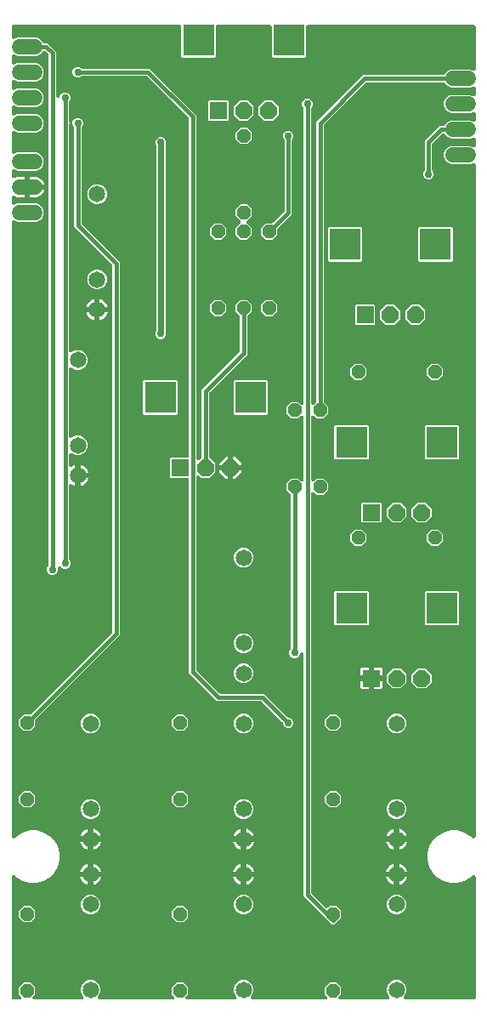
<source format=gbr>
G04 EAGLE Gerber RS-274X export*
G75*
%MOMM*%
%FSLAX34Y34*%
%LPD*%
%INBottom Copper*%
%IPPOS*%
%AMOC8*
5,1,8,0,0,1.08239X$1,22.5*%
G01*
%ADD10C,1.524000*%
%ADD11R,1.676400X1.676400*%
%ADD12P,1.814519X8X292.500000*%
%ADD13R,3.116000X3.116000*%
%ADD14P,1.429621X8X292.500000*%
%ADD15P,1.429621X8X112.500000*%
%ADD16C,1.650000*%
%ADD17P,1.429621X8X22.500000*%
%ADD18P,1.429621X8X202.500000*%
%ADD19C,0.609600*%
%ADD20C,0.756400*%
%ADD21C,0.406400*%

G36*
X17898Y10162D02*
X17898Y10162D01*
X17907Y10161D01*
X18099Y10182D01*
X18290Y10201D01*
X18299Y10203D01*
X18308Y10204D01*
X18490Y10262D01*
X18675Y10319D01*
X18683Y10323D01*
X18692Y10326D01*
X18860Y10419D01*
X19029Y10511D01*
X19036Y10516D01*
X19044Y10521D01*
X19191Y10645D01*
X19338Y10768D01*
X19344Y10775D01*
X19351Y10781D01*
X19470Y10932D01*
X19591Y11082D01*
X19595Y11090D01*
X19600Y11097D01*
X19688Y11270D01*
X19776Y11439D01*
X19779Y11448D01*
X19783Y11456D01*
X19835Y11642D01*
X19888Y11826D01*
X19888Y11835D01*
X19891Y11844D01*
X19905Y12037D01*
X19921Y12228D01*
X19920Y12236D01*
X19920Y12245D01*
X19896Y12435D01*
X19874Y12627D01*
X19871Y12636D01*
X19870Y12645D01*
X19808Y12828D01*
X19749Y13010D01*
X19744Y13018D01*
X19742Y13026D01*
X19646Y13192D01*
X19551Y13361D01*
X19545Y13368D01*
X19541Y13375D01*
X19326Y13628D01*
X17271Y15683D01*
X17271Y22417D01*
X22033Y27179D01*
X28767Y27179D01*
X33529Y22417D01*
X33529Y15683D01*
X31474Y13628D01*
X31468Y13621D01*
X31462Y13616D01*
X31341Y13466D01*
X31219Y13317D01*
X31215Y13309D01*
X31209Y13302D01*
X31121Y13132D01*
X31030Y12961D01*
X31028Y12952D01*
X31024Y12945D01*
X30971Y12760D01*
X30916Y12575D01*
X30915Y12566D01*
X30912Y12558D01*
X30897Y12367D01*
X30879Y12174D01*
X30880Y12165D01*
X30879Y12156D01*
X30902Y11967D01*
X30923Y11774D01*
X30925Y11765D01*
X30926Y11757D01*
X30986Y11575D01*
X31044Y11390D01*
X31048Y11382D01*
X31051Y11374D01*
X31146Y11205D01*
X31239Y11038D01*
X31245Y11031D01*
X31249Y11023D01*
X31375Y10877D01*
X31499Y10731D01*
X31506Y10725D01*
X31512Y10718D01*
X31664Y10601D01*
X31815Y10481D01*
X31823Y10477D01*
X31830Y10472D01*
X32002Y10386D01*
X32174Y10299D01*
X32183Y10296D01*
X32191Y10292D01*
X32377Y10242D01*
X32562Y10191D01*
X32571Y10190D01*
X32580Y10188D01*
X32910Y10161D01*
X79862Y10161D01*
X79871Y10162D01*
X79880Y10161D01*
X80072Y10182D01*
X80262Y10201D01*
X80271Y10203D01*
X80280Y10204D01*
X80462Y10262D01*
X80647Y10319D01*
X80655Y10323D01*
X80664Y10326D01*
X80832Y10419D01*
X81001Y10511D01*
X81008Y10516D01*
X81016Y10521D01*
X81164Y10646D01*
X81311Y10768D01*
X81316Y10775D01*
X81323Y10781D01*
X81443Y10933D01*
X81563Y11082D01*
X81567Y11090D01*
X81573Y11097D01*
X81660Y11270D01*
X81749Y11439D01*
X81751Y11448D01*
X81755Y11456D01*
X81807Y11641D01*
X81860Y11826D01*
X81861Y11835D01*
X81863Y11844D01*
X81877Y12036D01*
X81893Y12228D01*
X81892Y12236D01*
X81892Y12245D01*
X81869Y12435D01*
X81846Y12627D01*
X81843Y12636D01*
X81842Y12645D01*
X81781Y12826D01*
X81721Y13010D01*
X81717Y13018D01*
X81714Y13026D01*
X81618Y13194D01*
X81523Y13361D01*
X81517Y13368D01*
X81513Y13375D01*
X81298Y13628D01*
X80613Y14313D01*
X79125Y17906D01*
X79125Y21794D01*
X80613Y25387D01*
X83363Y28137D01*
X86956Y29625D01*
X90844Y29625D01*
X94437Y28137D01*
X97187Y25387D01*
X98675Y21794D01*
X98675Y17906D01*
X97187Y14313D01*
X96502Y13628D01*
X96496Y13621D01*
X96489Y13616D01*
X96370Y13467D01*
X96247Y13317D01*
X96243Y13309D01*
X96237Y13302D01*
X96149Y13132D01*
X96058Y12961D01*
X96056Y12952D01*
X96051Y12945D01*
X95998Y12760D01*
X95943Y12575D01*
X95943Y12566D01*
X95940Y12558D01*
X95924Y12367D01*
X95907Y12174D01*
X95908Y12165D01*
X95907Y12156D01*
X95929Y11967D01*
X95950Y11774D01*
X95953Y11765D01*
X95954Y11757D01*
X96014Y11574D01*
X96072Y11390D01*
X96076Y11382D01*
X96079Y11374D01*
X96174Y11206D01*
X96267Y11038D01*
X96272Y11031D01*
X96277Y11023D01*
X96403Y10877D01*
X96527Y10731D01*
X96534Y10725D01*
X96540Y10718D01*
X96693Y10600D01*
X96843Y10481D01*
X96851Y10477D01*
X96858Y10472D01*
X97030Y10386D01*
X97202Y10299D01*
X97211Y10296D01*
X97219Y10292D01*
X97404Y10243D01*
X97590Y10191D01*
X97599Y10190D01*
X97607Y10188D01*
X97938Y10161D01*
X170290Y10161D01*
X170298Y10162D01*
X170307Y10161D01*
X170499Y10182D01*
X170690Y10201D01*
X170699Y10203D01*
X170708Y10204D01*
X170890Y10262D01*
X171075Y10319D01*
X171083Y10323D01*
X171092Y10326D01*
X171260Y10419D01*
X171429Y10511D01*
X171436Y10516D01*
X171444Y10521D01*
X171591Y10645D01*
X171738Y10768D01*
X171744Y10775D01*
X171751Y10781D01*
X171870Y10932D01*
X171991Y11082D01*
X171995Y11090D01*
X172000Y11097D01*
X172088Y11270D01*
X172176Y11439D01*
X172179Y11448D01*
X172183Y11456D01*
X172235Y11642D01*
X172288Y11826D01*
X172288Y11835D01*
X172291Y11844D01*
X172305Y12037D01*
X172321Y12228D01*
X172320Y12236D01*
X172320Y12245D01*
X172296Y12435D01*
X172274Y12627D01*
X172271Y12636D01*
X172270Y12645D01*
X172208Y12828D01*
X172149Y13010D01*
X172144Y13018D01*
X172142Y13026D01*
X172046Y13192D01*
X171951Y13361D01*
X171945Y13368D01*
X171941Y13375D01*
X171726Y13628D01*
X169671Y15683D01*
X169671Y22417D01*
X174433Y27179D01*
X181167Y27179D01*
X185929Y22417D01*
X185929Y15683D01*
X183874Y13628D01*
X183868Y13621D01*
X183862Y13616D01*
X183741Y13466D01*
X183619Y13317D01*
X183615Y13309D01*
X183609Y13302D01*
X183521Y13132D01*
X183430Y12961D01*
X183428Y12952D01*
X183424Y12945D01*
X183371Y12760D01*
X183316Y12575D01*
X183315Y12566D01*
X183312Y12558D01*
X183297Y12367D01*
X183279Y12174D01*
X183280Y12165D01*
X183279Y12156D01*
X183302Y11967D01*
X183323Y11774D01*
X183325Y11765D01*
X183326Y11757D01*
X183386Y11575D01*
X183444Y11390D01*
X183448Y11382D01*
X183451Y11374D01*
X183546Y11205D01*
X183639Y11038D01*
X183645Y11031D01*
X183649Y11023D01*
X183775Y10877D01*
X183899Y10731D01*
X183906Y10725D01*
X183912Y10718D01*
X184064Y10601D01*
X184215Y10481D01*
X184223Y10477D01*
X184230Y10472D01*
X184402Y10386D01*
X184574Y10299D01*
X184583Y10296D01*
X184591Y10292D01*
X184777Y10242D01*
X184962Y10191D01*
X184971Y10190D01*
X184980Y10188D01*
X185310Y10161D01*
X232262Y10161D01*
X232271Y10162D01*
X232280Y10161D01*
X232472Y10182D01*
X232662Y10201D01*
X232671Y10203D01*
X232680Y10204D01*
X232862Y10262D01*
X233047Y10319D01*
X233055Y10323D01*
X233064Y10326D01*
X233232Y10419D01*
X233401Y10511D01*
X233408Y10516D01*
X233416Y10521D01*
X233564Y10646D01*
X233711Y10768D01*
X233716Y10775D01*
X233723Y10781D01*
X233843Y10933D01*
X233963Y11082D01*
X233967Y11090D01*
X233973Y11097D01*
X234060Y11270D01*
X234149Y11439D01*
X234151Y11448D01*
X234155Y11456D01*
X234207Y11641D01*
X234260Y11826D01*
X234261Y11835D01*
X234263Y11844D01*
X234277Y12036D01*
X234293Y12228D01*
X234292Y12236D01*
X234292Y12245D01*
X234269Y12435D01*
X234246Y12627D01*
X234243Y12636D01*
X234242Y12645D01*
X234181Y12826D01*
X234121Y13010D01*
X234117Y13018D01*
X234114Y13026D01*
X234018Y13194D01*
X233923Y13361D01*
X233917Y13368D01*
X233913Y13375D01*
X233698Y13628D01*
X233013Y14313D01*
X231525Y17906D01*
X231525Y21794D01*
X233013Y25387D01*
X235763Y28137D01*
X239356Y29625D01*
X243244Y29625D01*
X246837Y28137D01*
X249587Y25387D01*
X251075Y21794D01*
X251075Y17906D01*
X249587Y14313D01*
X248902Y13628D01*
X248896Y13621D01*
X248889Y13616D01*
X248770Y13467D01*
X248647Y13317D01*
X248643Y13309D01*
X248637Y13302D01*
X248549Y13132D01*
X248458Y12961D01*
X248456Y12952D01*
X248451Y12945D01*
X248398Y12760D01*
X248343Y12575D01*
X248343Y12566D01*
X248340Y12558D01*
X248324Y12367D01*
X248307Y12174D01*
X248308Y12165D01*
X248307Y12156D01*
X248329Y11967D01*
X248350Y11774D01*
X248353Y11765D01*
X248354Y11757D01*
X248414Y11574D01*
X248472Y11390D01*
X248476Y11382D01*
X248479Y11374D01*
X248574Y11206D01*
X248667Y11038D01*
X248672Y11031D01*
X248677Y11023D01*
X248803Y10877D01*
X248927Y10731D01*
X248934Y10725D01*
X248940Y10718D01*
X249093Y10600D01*
X249243Y10481D01*
X249251Y10477D01*
X249258Y10472D01*
X249430Y10386D01*
X249602Y10299D01*
X249611Y10296D01*
X249619Y10292D01*
X249804Y10243D01*
X249990Y10191D01*
X249999Y10190D01*
X250007Y10188D01*
X250338Y10161D01*
X322690Y10161D01*
X322698Y10162D01*
X322707Y10161D01*
X322899Y10182D01*
X323090Y10201D01*
X323099Y10203D01*
X323108Y10204D01*
X323290Y10262D01*
X323475Y10319D01*
X323483Y10323D01*
X323492Y10326D01*
X323660Y10419D01*
X323829Y10511D01*
X323836Y10516D01*
X323844Y10521D01*
X323991Y10645D01*
X324138Y10768D01*
X324144Y10775D01*
X324151Y10781D01*
X324270Y10932D01*
X324391Y11082D01*
X324395Y11090D01*
X324400Y11097D01*
X324488Y11270D01*
X324576Y11439D01*
X324579Y11448D01*
X324583Y11456D01*
X324635Y11642D01*
X324688Y11826D01*
X324688Y11835D01*
X324691Y11844D01*
X324705Y12037D01*
X324721Y12228D01*
X324720Y12236D01*
X324720Y12245D01*
X324696Y12435D01*
X324674Y12627D01*
X324671Y12636D01*
X324670Y12645D01*
X324608Y12828D01*
X324549Y13010D01*
X324544Y13018D01*
X324542Y13026D01*
X324446Y13192D01*
X324351Y13361D01*
X324345Y13368D01*
X324341Y13375D01*
X324126Y13628D01*
X322071Y15683D01*
X322071Y22417D01*
X326833Y27179D01*
X333567Y27179D01*
X338329Y22417D01*
X338329Y15683D01*
X336274Y13628D01*
X336268Y13621D01*
X336262Y13616D01*
X336141Y13466D01*
X336019Y13317D01*
X336015Y13309D01*
X336009Y13302D01*
X335921Y13132D01*
X335830Y12961D01*
X335828Y12952D01*
X335824Y12945D01*
X335771Y12760D01*
X335716Y12575D01*
X335715Y12566D01*
X335712Y12558D01*
X335697Y12367D01*
X335679Y12174D01*
X335680Y12165D01*
X335679Y12156D01*
X335702Y11967D01*
X335723Y11774D01*
X335725Y11765D01*
X335726Y11757D01*
X335786Y11575D01*
X335844Y11390D01*
X335848Y11382D01*
X335851Y11374D01*
X335946Y11205D01*
X336039Y11038D01*
X336045Y11031D01*
X336049Y11023D01*
X336175Y10877D01*
X336299Y10731D01*
X336306Y10725D01*
X336312Y10718D01*
X336464Y10601D01*
X336615Y10481D01*
X336623Y10477D01*
X336630Y10472D01*
X336802Y10386D01*
X336974Y10299D01*
X336983Y10296D01*
X336991Y10292D01*
X337177Y10242D01*
X337362Y10191D01*
X337371Y10190D01*
X337380Y10188D01*
X337710Y10161D01*
X384662Y10161D01*
X384671Y10162D01*
X384680Y10161D01*
X384872Y10182D01*
X385062Y10201D01*
X385071Y10203D01*
X385080Y10204D01*
X385262Y10262D01*
X385447Y10319D01*
X385455Y10323D01*
X385464Y10326D01*
X385632Y10419D01*
X385801Y10511D01*
X385808Y10516D01*
X385816Y10521D01*
X385964Y10646D01*
X386111Y10768D01*
X386116Y10775D01*
X386123Y10781D01*
X386243Y10933D01*
X386363Y11082D01*
X386367Y11090D01*
X386373Y11097D01*
X386460Y11270D01*
X386549Y11439D01*
X386551Y11448D01*
X386555Y11456D01*
X386607Y11641D01*
X386660Y11826D01*
X386661Y11835D01*
X386663Y11844D01*
X386677Y12036D01*
X386693Y12228D01*
X386692Y12236D01*
X386692Y12245D01*
X386669Y12435D01*
X386646Y12627D01*
X386643Y12636D01*
X386642Y12645D01*
X386581Y12826D01*
X386521Y13010D01*
X386517Y13018D01*
X386514Y13026D01*
X386418Y13194D01*
X386323Y13361D01*
X386317Y13368D01*
X386313Y13375D01*
X386098Y13628D01*
X385413Y14313D01*
X383925Y17906D01*
X383925Y21794D01*
X385413Y25387D01*
X388163Y28137D01*
X391756Y29625D01*
X395644Y29625D01*
X399237Y28137D01*
X401987Y25387D01*
X403475Y21794D01*
X403475Y17906D01*
X401987Y14313D01*
X401302Y13628D01*
X401296Y13621D01*
X401289Y13616D01*
X401170Y13467D01*
X401047Y13317D01*
X401043Y13309D01*
X401037Y13302D01*
X400949Y13132D01*
X400858Y12961D01*
X400856Y12952D01*
X400851Y12945D01*
X400798Y12760D01*
X400743Y12575D01*
X400743Y12566D01*
X400740Y12558D01*
X400724Y12367D01*
X400707Y12174D01*
X400708Y12165D01*
X400707Y12156D01*
X400729Y11967D01*
X400750Y11774D01*
X400753Y11765D01*
X400754Y11757D01*
X400814Y11574D01*
X400872Y11390D01*
X400876Y11382D01*
X400879Y11374D01*
X400974Y11206D01*
X401067Y11038D01*
X401072Y11031D01*
X401077Y11023D01*
X401203Y10877D01*
X401327Y10731D01*
X401334Y10725D01*
X401340Y10718D01*
X401493Y10600D01*
X401643Y10481D01*
X401651Y10477D01*
X401658Y10472D01*
X401830Y10386D01*
X402002Y10299D01*
X402011Y10296D01*
X402019Y10292D01*
X402204Y10243D01*
X402390Y10191D01*
X402399Y10190D01*
X402407Y10188D01*
X402738Y10161D01*
X470408Y10161D01*
X470426Y10163D01*
X470444Y10161D01*
X470626Y10182D01*
X470809Y10201D01*
X470826Y10206D01*
X470843Y10208D01*
X471018Y10265D01*
X471194Y10319D01*
X471209Y10327D01*
X471226Y10333D01*
X471386Y10423D01*
X471548Y10511D01*
X471561Y10522D01*
X471577Y10531D01*
X471716Y10651D01*
X471857Y10768D01*
X471868Y10782D01*
X471882Y10794D01*
X471994Y10939D01*
X472109Y11082D01*
X472117Y11098D01*
X472128Y11112D01*
X472210Y11277D01*
X472295Y11439D01*
X472300Y11456D01*
X472308Y11472D01*
X472355Y11651D01*
X472406Y11826D01*
X472408Y11844D01*
X472412Y11861D01*
X472439Y12192D01*
X472439Y132086D01*
X472438Y132095D01*
X472439Y132104D01*
X472418Y132295D01*
X472399Y132486D01*
X472397Y132495D01*
X472396Y132504D01*
X472338Y132686D01*
X472281Y132871D01*
X472277Y132879D01*
X472274Y132888D01*
X472182Y133055D01*
X472089Y133225D01*
X472084Y133232D01*
X472079Y133240D01*
X471954Y133388D01*
X471832Y133535D01*
X471825Y133540D01*
X471819Y133547D01*
X471667Y133667D01*
X471518Y133787D01*
X471510Y133791D01*
X471503Y133797D01*
X471331Y133884D01*
X471161Y133972D01*
X471152Y133975D01*
X471144Y133979D01*
X470958Y134031D01*
X470774Y134084D01*
X470765Y134085D01*
X470756Y134087D01*
X470564Y134101D01*
X470372Y134117D01*
X470364Y134116D01*
X470355Y134116D01*
X470162Y134092D01*
X469973Y134070D01*
X469964Y134067D01*
X469955Y134066D01*
X469772Y134004D01*
X469590Y133945D01*
X469582Y133940D01*
X469574Y133938D01*
X469408Y133842D01*
X469239Y133747D01*
X469232Y133741D01*
X469225Y133737D01*
X468972Y133522D01*
X466914Y131465D01*
X460948Y128020D01*
X454294Y126237D01*
X447406Y126237D01*
X440752Y128020D01*
X434786Y131465D01*
X429915Y136336D01*
X426470Y142302D01*
X424687Y148956D01*
X424687Y155844D01*
X426470Y162498D01*
X429915Y168464D01*
X434786Y173335D01*
X440752Y176780D01*
X447406Y178563D01*
X454294Y178563D01*
X460948Y176780D01*
X466914Y173335D01*
X468972Y171278D01*
X468979Y171272D01*
X468984Y171265D01*
X469134Y171145D01*
X469283Y171023D01*
X469291Y171019D01*
X469298Y171013D01*
X469468Y170925D01*
X469639Y170834D01*
X469648Y170832D01*
X469655Y170828D01*
X469840Y170775D01*
X470025Y170719D01*
X470034Y170719D01*
X470042Y170716D01*
X470233Y170701D01*
X470426Y170683D01*
X470435Y170684D01*
X470444Y170683D01*
X470633Y170706D01*
X470826Y170726D01*
X470835Y170729D01*
X470843Y170730D01*
X471025Y170790D01*
X471210Y170848D01*
X471218Y170852D01*
X471226Y170855D01*
X471395Y170950D01*
X471562Y171043D01*
X471569Y171049D01*
X471577Y171053D01*
X471723Y171179D01*
X471869Y171303D01*
X471875Y171310D01*
X471882Y171316D01*
X471999Y171468D01*
X472119Y171619D01*
X472123Y171627D01*
X472128Y171634D01*
X472214Y171806D01*
X472301Y171978D01*
X472304Y171987D01*
X472308Y171995D01*
X472358Y172181D01*
X472409Y172366D01*
X472410Y172375D01*
X472412Y172384D01*
X472439Y172714D01*
X472439Y841118D01*
X472438Y841131D01*
X472439Y841144D01*
X472418Y841331D01*
X472399Y841518D01*
X472395Y841531D01*
X472394Y841545D01*
X472336Y841723D01*
X472281Y841903D01*
X472275Y841915D01*
X472271Y841928D01*
X472179Y842092D01*
X472089Y842257D01*
X472081Y842268D01*
X472074Y842279D01*
X471952Y842423D01*
X471832Y842567D01*
X471821Y842575D01*
X471813Y842585D01*
X471664Y842701D01*
X471518Y842819D01*
X471506Y842825D01*
X471496Y842833D01*
X471327Y842918D01*
X471161Y843004D01*
X471148Y843008D01*
X471136Y843014D01*
X470954Y843064D01*
X470774Y843116D01*
X470760Y843117D01*
X470747Y843121D01*
X470559Y843133D01*
X470372Y843149D01*
X470359Y843147D01*
X470346Y843148D01*
X470158Y843124D01*
X469973Y843102D01*
X469960Y843098D01*
X469947Y843096D01*
X469631Y842994D01*
X466639Y841755D01*
X447761Y841755D01*
X444400Y843147D01*
X441827Y845720D01*
X440435Y849081D01*
X440435Y852719D01*
X441827Y856080D01*
X444400Y858653D01*
X447761Y860045D01*
X466639Y860045D01*
X469631Y858806D01*
X469644Y858802D01*
X469655Y858796D01*
X469836Y858744D01*
X470016Y858689D01*
X470029Y858688D01*
X470042Y858684D01*
X470230Y858669D01*
X470417Y858651D01*
X470430Y858652D01*
X470444Y858651D01*
X470631Y858673D01*
X470817Y858693D01*
X470830Y858697D01*
X470843Y858698D01*
X471023Y858757D01*
X471202Y858812D01*
X471213Y858819D01*
X471226Y858823D01*
X471391Y858916D01*
X471555Y859006D01*
X471565Y859014D01*
X471577Y859021D01*
X471719Y859144D01*
X471863Y859265D01*
X471871Y859275D01*
X471882Y859284D01*
X471997Y859433D01*
X472114Y859580D01*
X472120Y859592D01*
X472128Y859602D01*
X472212Y859771D01*
X472298Y859938D01*
X472302Y859951D01*
X472308Y859963D01*
X472356Y860145D01*
X472408Y860325D01*
X472409Y860338D01*
X472412Y860351D01*
X472439Y860682D01*
X472439Y866518D01*
X472438Y866531D01*
X472439Y866544D01*
X472418Y866731D01*
X472399Y866918D01*
X472395Y866931D01*
X472394Y866945D01*
X472336Y867123D01*
X472281Y867303D01*
X472275Y867315D01*
X472271Y867328D01*
X472179Y867492D01*
X472089Y867657D01*
X472081Y867668D01*
X472074Y867679D01*
X471952Y867823D01*
X471832Y867967D01*
X471821Y867975D01*
X471813Y867985D01*
X471664Y868101D01*
X471518Y868219D01*
X471506Y868225D01*
X471496Y868233D01*
X471327Y868318D01*
X471161Y868404D01*
X471148Y868408D01*
X471136Y868414D01*
X470954Y868464D01*
X470774Y868516D01*
X470760Y868517D01*
X470747Y868521D01*
X470559Y868533D01*
X470372Y868549D01*
X470359Y868547D01*
X470346Y868548D01*
X470158Y868524D01*
X469973Y868502D01*
X469960Y868498D01*
X469947Y868496D01*
X469631Y868394D01*
X466723Y867190D01*
X466639Y867155D01*
X447761Y867155D01*
X444400Y868547D01*
X441803Y871144D01*
X441768Y871207D01*
X441680Y871373D01*
X441671Y871383D01*
X441665Y871395D01*
X441543Y871538D01*
X441423Y871683D01*
X441413Y871692D01*
X441404Y871702D01*
X441256Y871819D01*
X441110Y871937D01*
X441099Y871943D01*
X441088Y871951D01*
X440920Y872037D01*
X440754Y872124D01*
X440741Y872128D01*
X440729Y872134D01*
X440548Y872184D01*
X440368Y872237D01*
X440354Y872238D01*
X440341Y872242D01*
X440153Y872256D01*
X439966Y872272D01*
X439953Y872270D01*
X439940Y872271D01*
X439751Y872247D01*
X439566Y872226D01*
X439554Y872222D01*
X439540Y872221D01*
X439362Y872161D01*
X439183Y872103D01*
X439171Y872097D01*
X439159Y872092D01*
X438996Y871999D01*
X438832Y871907D01*
X438821Y871898D01*
X438810Y871892D01*
X438557Y871677D01*
X429602Y862722D01*
X429585Y862701D01*
X429564Y862683D01*
X429457Y862546D01*
X429347Y862410D01*
X429334Y862387D01*
X429318Y862365D01*
X429240Y862208D01*
X429158Y862054D01*
X429150Y862029D01*
X429138Y862005D01*
X429093Y861835D01*
X429043Y861669D01*
X429041Y861642D01*
X429034Y861616D01*
X429007Y861285D01*
X429007Y836640D01*
X429009Y836613D01*
X429007Y836586D01*
X429029Y836412D01*
X429047Y836239D01*
X429054Y836213D01*
X429058Y836187D01*
X429113Y836021D01*
X429165Y835854D01*
X429178Y835830D01*
X429186Y835805D01*
X429273Y835653D01*
X429357Y835500D01*
X429374Y835479D01*
X429387Y835456D01*
X429602Y835203D01*
X429949Y834856D01*
X430757Y832906D01*
X430757Y830794D01*
X429949Y828844D01*
X428456Y827351D01*
X426506Y826543D01*
X424394Y826543D01*
X422444Y827351D01*
X420951Y828844D01*
X420143Y830794D01*
X420143Y832906D01*
X420951Y834856D01*
X421298Y835203D01*
X421315Y835224D01*
X421336Y835241D01*
X421443Y835379D01*
X421553Y835515D01*
X421566Y835538D01*
X421582Y835559D01*
X421660Y835716D01*
X421742Y835870D01*
X421750Y835896D01*
X421762Y835920D01*
X421807Y836089D01*
X421857Y836256D01*
X421859Y836283D01*
X421866Y836309D01*
X421893Y836640D01*
X421893Y865073D01*
X436677Y879857D01*
X439798Y879857D01*
X439820Y879859D01*
X439842Y879857D01*
X440020Y879879D01*
X440198Y879897D01*
X440220Y879903D01*
X440242Y879906D01*
X440412Y879962D01*
X440583Y880015D01*
X440603Y880025D01*
X440624Y880032D01*
X440780Y880121D01*
X440937Y880207D01*
X440955Y880221D01*
X440974Y880232D01*
X441109Y880350D01*
X441247Y880464D01*
X441261Y880482D01*
X441277Y880496D01*
X441387Y880639D01*
X441499Y880778D01*
X441509Y880798D01*
X441523Y880816D01*
X441674Y881111D01*
X441827Y881480D01*
X444400Y884053D01*
X447761Y885445D01*
X466639Y885445D01*
X469631Y884206D01*
X469644Y884202D01*
X469655Y884196D01*
X469836Y884144D01*
X470016Y884089D01*
X470029Y884088D01*
X470042Y884084D01*
X470230Y884069D01*
X470417Y884051D01*
X470430Y884052D01*
X470444Y884051D01*
X470631Y884073D01*
X470817Y884093D01*
X470830Y884097D01*
X470843Y884098D01*
X471023Y884157D01*
X471202Y884212D01*
X471213Y884219D01*
X471226Y884223D01*
X471391Y884316D01*
X471555Y884406D01*
X471565Y884414D01*
X471577Y884421D01*
X471719Y884544D01*
X471863Y884665D01*
X471871Y884675D01*
X471882Y884684D01*
X471997Y884833D01*
X472114Y884980D01*
X472120Y884992D01*
X472128Y885002D01*
X472212Y885171D01*
X472298Y885338D01*
X472302Y885351D01*
X472308Y885363D01*
X472357Y885546D01*
X472408Y885725D01*
X472409Y885738D01*
X472412Y885751D01*
X472439Y886082D01*
X472439Y891918D01*
X472438Y891931D01*
X472439Y891944D01*
X472418Y892131D01*
X472399Y892318D01*
X472395Y892331D01*
X472394Y892345D01*
X472336Y892523D01*
X472281Y892703D01*
X472275Y892715D01*
X472271Y892728D01*
X472179Y892892D01*
X472089Y893057D01*
X472081Y893068D01*
X472074Y893079D01*
X471952Y893223D01*
X471832Y893367D01*
X471821Y893375D01*
X471813Y893385D01*
X471664Y893501D01*
X471518Y893619D01*
X471506Y893625D01*
X471496Y893633D01*
X471327Y893718D01*
X471161Y893804D01*
X471148Y893808D01*
X471136Y893814D01*
X470954Y893864D01*
X470774Y893916D01*
X470760Y893917D01*
X470747Y893921D01*
X470559Y893933D01*
X470372Y893949D01*
X470359Y893947D01*
X470346Y893948D01*
X470158Y893924D01*
X469973Y893902D01*
X469960Y893898D01*
X469947Y893896D01*
X469631Y893794D01*
X469153Y893596D01*
X466639Y892555D01*
X447761Y892555D01*
X444400Y893947D01*
X441827Y896520D01*
X440435Y899881D01*
X440435Y903519D01*
X441827Y906880D01*
X444400Y909453D01*
X446114Y910162D01*
X446114Y910163D01*
X447761Y910845D01*
X466639Y910845D01*
X469631Y909606D01*
X469644Y909602D01*
X469655Y909596D01*
X469836Y909544D01*
X470016Y909489D01*
X470029Y909488D01*
X470042Y909484D01*
X470230Y909469D01*
X470417Y909451D01*
X470430Y909452D01*
X470444Y909451D01*
X470631Y909473D01*
X470817Y909493D01*
X470830Y909497D01*
X470843Y909498D01*
X471023Y909557D01*
X471202Y909612D01*
X471213Y909619D01*
X471226Y909623D01*
X471391Y909716D01*
X471555Y909806D01*
X471565Y909814D01*
X471577Y909821D01*
X471719Y909944D01*
X471863Y910065D01*
X471871Y910075D01*
X471882Y910084D01*
X471997Y910233D01*
X472114Y910380D01*
X472120Y910392D01*
X472128Y910402D01*
X472212Y910571D01*
X472298Y910738D01*
X472302Y910751D01*
X472308Y910763D01*
X472357Y910946D01*
X472408Y911125D01*
X472409Y911138D01*
X472412Y911151D01*
X472439Y911482D01*
X472439Y917318D01*
X472438Y917331D01*
X472439Y917344D01*
X472418Y917531D01*
X472399Y917718D01*
X472395Y917731D01*
X472394Y917745D01*
X472336Y917923D01*
X472281Y918103D01*
X472275Y918115D01*
X472271Y918128D01*
X472179Y918292D01*
X472089Y918457D01*
X472081Y918468D01*
X472074Y918479D01*
X471952Y918623D01*
X471832Y918767D01*
X471821Y918775D01*
X471813Y918785D01*
X471664Y918901D01*
X471518Y919019D01*
X471506Y919025D01*
X471496Y919033D01*
X471327Y919118D01*
X471161Y919204D01*
X471148Y919208D01*
X471136Y919214D01*
X470954Y919264D01*
X470774Y919316D01*
X470760Y919317D01*
X470747Y919321D01*
X470559Y919333D01*
X470372Y919349D01*
X470359Y919347D01*
X470346Y919348D01*
X470158Y919324D01*
X469973Y919302D01*
X469960Y919298D01*
X469947Y919296D01*
X469631Y919194D01*
X466639Y917955D01*
X447761Y917955D01*
X444400Y919347D01*
X441827Y921920D01*
X441674Y922289D01*
X441664Y922309D01*
X441657Y922330D01*
X441569Y922486D01*
X441484Y922644D01*
X441470Y922661D01*
X441459Y922681D01*
X441342Y922817D01*
X441228Y922955D01*
X441211Y922969D01*
X441196Y922986D01*
X441055Y923095D01*
X440915Y923208D01*
X440895Y923219D01*
X440878Y923232D01*
X440718Y923312D01*
X440559Y923395D01*
X440537Y923402D01*
X440517Y923412D01*
X440344Y923458D01*
X440172Y923508D01*
X440150Y923510D01*
X440129Y923516D01*
X439798Y923543D01*
X364265Y923543D01*
X364238Y923541D01*
X364211Y923543D01*
X364037Y923521D01*
X363864Y923503D01*
X363839Y923496D01*
X363812Y923492D01*
X363646Y923437D01*
X363479Y923385D01*
X363456Y923372D01*
X363430Y923364D01*
X363279Y923277D01*
X363125Y923193D01*
X363105Y923176D01*
X363081Y923163D01*
X362828Y922948D01*
X321652Y881772D01*
X321635Y881751D01*
X321614Y881733D01*
X321507Y881596D01*
X321397Y881460D01*
X321384Y881437D01*
X321368Y881415D01*
X321290Y881258D01*
X321208Y881104D01*
X321200Y881079D01*
X321188Y881055D01*
X321143Y880885D01*
X321093Y880719D01*
X321091Y880692D01*
X321084Y880666D01*
X321057Y880335D01*
X321057Y605680D01*
X321059Y605654D01*
X321057Y605627D01*
X321079Y605453D01*
X321097Y605280D01*
X321104Y605254D01*
X321108Y605228D01*
X321163Y605062D01*
X321215Y604895D01*
X321228Y604871D01*
X321236Y604846D01*
X321323Y604694D01*
X321407Y604541D01*
X321424Y604520D01*
X321437Y604497D01*
X321652Y604244D01*
X325629Y600267D01*
X325629Y593533D01*
X320867Y588771D01*
X314133Y588771D01*
X311824Y591080D01*
X311817Y591086D01*
X311812Y591092D01*
X311662Y591213D01*
X311513Y591335D01*
X311505Y591339D01*
X311498Y591345D01*
X311328Y591433D01*
X311157Y591524D01*
X311148Y591526D01*
X311141Y591530D01*
X310956Y591583D01*
X310771Y591638D01*
X310762Y591639D01*
X310754Y591642D01*
X310563Y591657D01*
X310370Y591675D01*
X310361Y591674D01*
X310352Y591675D01*
X310163Y591652D01*
X309970Y591631D01*
X309961Y591629D01*
X309953Y591628D01*
X309771Y591568D01*
X309586Y591510D01*
X309578Y591506D01*
X309570Y591503D01*
X309401Y591408D01*
X309234Y591315D01*
X309227Y591309D01*
X309219Y591305D01*
X309073Y591179D01*
X308927Y591055D01*
X308921Y591048D01*
X308914Y591042D01*
X308797Y590890D01*
X308677Y590739D01*
X308673Y590731D01*
X308668Y590724D01*
X308582Y590552D01*
X308495Y590380D01*
X308492Y590371D01*
X308488Y590363D01*
X308438Y590177D01*
X308387Y589992D01*
X308386Y589983D01*
X308384Y589974D01*
X308357Y589644D01*
X308357Y527956D01*
X308358Y527948D01*
X308357Y527939D01*
X308378Y527747D01*
X308397Y527556D01*
X308399Y527547D01*
X308400Y527538D01*
X308458Y527356D01*
X308515Y527171D01*
X308519Y527163D01*
X308522Y527154D01*
X308615Y526986D01*
X308707Y526817D01*
X308712Y526810D01*
X308717Y526802D01*
X308841Y526655D01*
X308964Y526508D01*
X308971Y526502D01*
X308977Y526495D01*
X309128Y526376D01*
X309278Y526255D01*
X309286Y526251D01*
X309293Y526246D01*
X309466Y526158D01*
X309635Y526070D01*
X309644Y526067D01*
X309652Y526063D01*
X309838Y526011D01*
X310022Y525958D01*
X310031Y525958D01*
X310040Y525955D01*
X310233Y525941D01*
X310424Y525925D01*
X310432Y525926D01*
X310441Y525926D01*
X310634Y525950D01*
X310823Y525972D01*
X310832Y525975D01*
X310841Y525976D01*
X311024Y526038D01*
X311206Y526097D01*
X311214Y526102D01*
X311222Y526104D01*
X311388Y526200D01*
X311557Y526295D01*
X311564Y526301D01*
X311571Y526305D01*
X311824Y526520D01*
X314133Y528829D01*
X320867Y528829D01*
X325629Y524067D01*
X325629Y517333D01*
X320867Y512571D01*
X314133Y512571D01*
X311824Y514880D01*
X311817Y514886D01*
X311812Y514892D01*
X311662Y515013D01*
X311513Y515135D01*
X311505Y515139D01*
X311498Y515145D01*
X311328Y515233D01*
X311157Y515324D01*
X311148Y515326D01*
X311141Y515330D01*
X310956Y515383D01*
X310771Y515438D01*
X310762Y515439D01*
X310754Y515442D01*
X310563Y515457D01*
X310370Y515475D01*
X310361Y515474D01*
X310352Y515475D01*
X310163Y515452D01*
X309970Y515431D01*
X309961Y515429D01*
X309953Y515428D01*
X309771Y515368D01*
X309586Y515310D01*
X309578Y515306D01*
X309570Y515303D01*
X309401Y515208D01*
X309234Y515115D01*
X309227Y515109D01*
X309219Y515105D01*
X309073Y514979D01*
X308927Y514855D01*
X308921Y514848D01*
X308914Y514842D01*
X308797Y514690D01*
X308677Y514539D01*
X308673Y514531D01*
X308668Y514524D01*
X308582Y514352D01*
X308495Y514180D01*
X308492Y514171D01*
X308488Y514163D01*
X308438Y513977D01*
X308387Y513792D01*
X308386Y513783D01*
X308384Y513774D01*
X308357Y513444D01*
X308357Y116615D01*
X308359Y116588D01*
X308357Y116561D01*
X308379Y116387D01*
X308397Y116214D01*
X308404Y116189D01*
X308408Y116162D01*
X308463Y115996D01*
X308515Y115829D01*
X308528Y115806D01*
X308536Y115780D01*
X308623Y115629D01*
X308707Y115475D01*
X308724Y115455D01*
X308737Y115431D01*
X308952Y115178D01*
X322356Y101774D01*
X322370Y101763D01*
X322381Y101749D01*
X322525Y101635D01*
X322667Y101519D01*
X322683Y101511D01*
X322697Y101500D01*
X322861Y101416D01*
X323023Y101330D01*
X323040Y101325D01*
X323056Y101317D01*
X323233Y101268D01*
X323409Y101216D01*
X323427Y101214D01*
X323444Y101209D01*
X323627Y101196D01*
X323810Y101179D01*
X323828Y101181D01*
X323845Y101180D01*
X324027Y101203D01*
X324210Y101223D01*
X324227Y101228D01*
X324245Y101230D01*
X324418Y101289D01*
X324594Y101344D01*
X324610Y101353D01*
X324627Y101359D01*
X324786Y101450D01*
X324946Y101539D01*
X324960Y101551D01*
X324975Y101559D01*
X325228Y101774D01*
X326833Y103379D01*
X333567Y103379D01*
X338329Y98617D01*
X338329Y91883D01*
X333293Y86847D01*
X333153Y86771D01*
X333132Y86754D01*
X333109Y86741D01*
X332856Y86526D01*
X331673Y85343D01*
X328727Y85343D01*
X327544Y86526D01*
X327523Y86543D01*
X327506Y86564D01*
X327368Y86671D01*
X327232Y86781D01*
X327209Y86794D01*
X327187Y86810D01*
X327101Y86853D01*
X321797Y92157D01*
X321721Y92297D01*
X321704Y92317D01*
X321691Y92341D01*
X321476Y92594D01*
X303922Y110148D01*
X301243Y112827D01*
X301243Y353595D01*
X301243Y353599D01*
X301243Y353604D01*
X301223Y353798D01*
X301203Y353996D01*
X301202Y354000D01*
X301202Y354004D01*
X301143Y354192D01*
X301085Y354380D01*
X301083Y354384D01*
X301082Y354389D01*
X300986Y354563D01*
X300893Y354734D01*
X300891Y354738D01*
X300888Y354742D01*
X300760Y354895D01*
X300636Y355044D01*
X300632Y355046D01*
X300629Y355050D01*
X300474Y355173D01*
X300322Y355296D01*
X300318Y355298D01*
X300314Y355301D01*
X300136Y355393D01*
X299965Y355482D01*
X299960Y355483D01*
X299956Y355485D01*
X299763Y355540D01*
X299578Y355593D01*
X299573Y355593D01*
X299569Y355595D01*
X299373Y355610D01*
X299176Y355626D01*
X299172Y355625D01*
X299168Y355626D01*
X298974Y355602D01*
X298777Y355579D01*
X298772Y355578D01*
X298768Y355577D01*
X298583Y355516D01*
X298394Y355454D01*
X298390Y355452D01*
X298386Y355450D01*
X298216Y355354D01*
X298043Y355256D01*
X298040Y355253D01*
X298036Y355251D01*
X297886Y355121D01*
X297739Y354993D01*
X297736Y354989D01*
X297732Y354987D01*
X297612Y354830D01*
X297492Y354675D01*
X297490Y354671D01*
X297487Y354667D01*
X297335Y354372D01*
X296599Y352594D01*
X295106Y351101D01*
X293156Y350293D01*
X291044Y350293D01*
X289094Y351101D01*
X287601Y352594D01*
X286793Y354544D01*
X286793Y356656D01*
X287601Y358606D01*
X287948Y358953D01*
X287965Y358974D01*
X287986Y358991D01*
X288093Y359129D01*
X288203Y359265D01*
X288216Y359288D01*
X288232Y359309D01*
X288310Y359466D01*
X288392Y359620D01*
X288400Y359646D01*
X288412Y359670D01*
X288457Y359839D01*
X288507Y360006D01*
X288509Y360033D01*
X288516Y360059D01*
X288543Y360390D01*
X288543Y511920D01*
X288541Y511946D01*
X288543Y511973D01*
X288521Y512147D01*
X288503Y512320D01*
X288496Y512346D01*
X288492Y512372D01*
X288437Y512538D01*
X288385Y512705D01*
X288372Y512729D01*
X288364Y512754D01*
X288277Y512906D01*
X288193Y513059D01*
X288176Y513080D01*
X288163Y513103D01*
X287948Y513356D01*
X283971Y517333D01*
X283971Y524067D01*
X288733Y528829D01*
X295467Y528829D01*
X297776Y526520D01*
X297783Y526514D01*
X297788Y526508D01*
X297938Y526387D01*
X298087Y526265D01*
X298095Y526261D01*
X298102Y526255D01*
X298272Y526167D01*
X298443Y526076D01*
X298452Y526074D01*
X298459Y526070D01*
X298644Y526017D01*
X298829Y525962D01*
X298838Y525961D01*
X298846Y525958D01*
X299037Y525943D01*
X299230Y525925D01*
X299239Y525926D01*
X299248Y525925D01*
X299437Y525948D01*
X299630Y525969D01*
X299639Y525971D01*
X299647Y525972D01*
X299829Y526032D01*
X300014Y526090D01*
X300022Y526094D01*
X300030Y526097D01*
X300199Y526192D01*
X300366Y526285D01*
X300373Y526291D01*
X300381Y526295D01*
X300527Y526421D01*
X300673Y526545D01*
X300679Y526552D01*
X300686Y526558D01*
X300803Y526710D01*
X300923Y526861D01*
X300927Y526869D01*
X300932Y526876D01*
X301018Y527048D01*
X301105Y527220D01*
X301108Y527229D01*
X301112Y527237D01*
X301162Y527423D01*
X301213Y527608D01*
X301214Y527617D01*
X301216Y527626D01*
X301243Y527956D01*
X301243Y589644D01*
X301242Y589652D01*
X301243Y589661D01*
X301222Y589853D01*
X301203Y590044D01*
X301201Y590053D01*
X301200Y590062D01*
X301142Y590244D01*
X301085Y590429D01*
X301081Y590437D01*
X301078Y590446D01*
X300985Y590614D01*
X300893Y590783D01*
X300888Y590790D01*
X300883Y590798D01*
X300759Y590945D01*
X300636Y591092D01*
X300629Y591098D01*
X300623Y591105D01*
X300472Y591224D01*
X300322Y591345D01*
X300314Y591349D01*
X300307Y591354D01*
X300134Y591442D01*
X299965Y591530D01*
X299956Y591533D01*
X299948Y591537D01*
X299762Y591589D01*
X299578Y591642D01*
X299569Y591642D01*
X299560Y591645D01*
X299367Y591659D01*
X299176Y591675D01*
X299168Y591674D01*
X299159Y591674D01*
X298966Y591650D01*
X298777Y591628D01*
X298768Y591625D01*
X298759Y591624D01*
X298576Y591562D01*
X298394Y591503D01*
X298386Y591498D01*
X298378Y591496D01*
X298212Y591400D01*
X298043Y591305D01*
X298036Y591299D01*
X298029Y591295D01*
X297776Y591080D01*
X295467Y588771D01*
X288733Y588771D01*
X283971Y593533D01*
X283971Y600267D01*
X288733Y605029D01*
X295467Y605029D01*
X297776Y602720D01*
X297783Y602714D01*
X297788Y602708D01*
X297938Y602587D01*
X298087Y602465D01*
X298095Y602461D01*
X298102Y602455D01*
X298272Y602367D01*
X298443Y602276D01*
X298452Y602274D01*
X298459Y602270D01*
X298644Y602217D01*
X298829Y602162D01*
X298838Y602161D01*
X298846Y602158D01*
X299037Y602143D01*
X299230Y602125D01*
X299239Y602126D01*
X299248Y602125D01*
X299437Y602148D01*
X299630Y602169D01*
X299639Y602171D01*
X299647Y602172D01*
X299829Y602232D01*
X300014Y602290D01*
X300022Y602294D01*
X300030Y602297D01*
X300199Y602392D01*
X300366Y602485D01*
X300373Y602491D01*
X300381Y602495D01*
X300527Y602621D01*
X300673Y602745D01*
X300679Y602752D01*
X300686Y602758D01*
X300803Y602910D01*
X300923Y603061D01*
X300927Y603069D01*
X300932Y603076D01*
X301018Y603248D01*
X301105Y603420D01*
X301108Y603429D01*
X301112Y603437D01*
X301162Y603623D01*
X301213Y603808D01*
X301214Y603817D01*
X301216Y603826D01*
X301243Y604156D01*
X301243Y896910D01*
X301241Y896937D01*
X301243Y896964D01*
X301221Y897138D01*
X301203Y897311D01*
X301196Y897337D01*
X301192Y897363D01*
X301137Y897529D01*
X301085Y897696D01*
X301072Y897720D01*
X301064Y897745D01*
X300977Y897897D01*
X300893Y898050D01*
X300876Y898071D01*
X300863Y898094D01*
X300648Y898347D01*
X300301Y898694D01*
X299493Y900644D01*
X299493Y902756D01*
X300301Y904706D01*
X301794Y906199D01*
X303744Y907007D01*
X305856Y907007D01*
X307806Y906199D01*
X309299Y904706D01*
X310107Y902756D01*
X310107Y900644D01*
X309299Y898694D01*
X308952Y898347D01*
X308935Y898326D01*
X308914Y898309D01*
X308807Y898171D01*
X308697Y898035D01*
X308684Y898012D01*
X308668Y897991D01*
X308590Y897834D01*
X308508Y897680D01*
X308500Y897654D01*
X308488Y897630D01*
X308443Y897461D01*
X308393Y897294D01*
X308391Y897267D01*
X308384Y897241D01*
X308357Y896910D01*
X308357Y604156D01*
X308358Y604148D01*
X308357Y604139D01*
X308378Y603947D01*
X308397Y603756D01*
X308399Y603747D01*
X308400Y603738D01*
X308458Y603556D01*
X308515Y603371D01*
X308519Y603363D01*
X308522Y603354D01*
X308615Y603186D01*
X308707Y603017D01*
X308712Y603010D01*
X308717Y603002D01*
X308842Y602854D01*
X308964Y602708D01*
X308971Y602702D01*
X308977Y602695D01*
X309129Y602575D01*
X309278Y602455D01*
X309286Y602451D01*
X309293Y602446D01*
X309465Y602358D01*
X309635Y602270D01*
X309644Y602267D01*
X309652Y602263D01*
X309838Y602211D01*
X310022Y602158D01*
X310031Y602158D01*
X310040Y602155D01*
X310232Y602141D01*
X310424Y602125D01*
X310432Y602126D01*
X310441Y602126D01*
X310634Y602150D01*
X310823Y602172D01*
X310832Y602175D01*
X310841Y602176D01*
X311024Y602238D01*
X311206Y602297D01*
X311214Y602302D01*
X311222Y602304D01*
X311388Y602400D01*
X311557Y602495D01*
X311564Y602501D01*
X311571Y602505D01*
X311824Y602720D01*
X313348Y604244D01*
X313365Y604265D01*
X313386Y604282D01*
X313493Y604420D01*
X313603Y604556D01*
X313616Y604579D01*
X313632Y604600D01*
X313710Y604757D01*
X313792Y604911D01*
X313800Y604937D01*
X313812Y604961D01*
X313857Y605130D01*
X313907Y605297D01*
X313909Y605324D01*
X313916Y605350D01*
X313943Y605680D01*
X313943Y884123D01*
X360477Y930657D01*
X439798Y930657D01*
X439820Y930659D01*
X439842Y930657D01*
X440020Y930679D01*
X440198Y930697D01*
X440220Y930703D01*
X440242Y930706D01*
X440412Y930762D01*
X440583Y930815D01*
X440603Y930825D01*
X440624Y930832D01*
X440780Y930921D01*
X440937Y931007D01*
X440955Y931021D01*
X440974Y931032D01*
X441109Y931150D01*
X441247Y931264D01*
X441261Y931282D01*
X441277Y931296D01*
X441387Y931439D01*
X441499Y931578D01*
X441509Y931598D01*
X441523Y931616D01*
X441674Y931911D01*
X441827Y932280D01*
X444400Y934853D01*
X447761Y936245D01*
X466639Y936245D01*
X469631Y935006D01*
X469644Y935002D01*
X469655Y934996D01*
X469836Y934944D01*
X470016Y934889D01*
X470029Y934888D01*
X470042Y934884D01*
X470230Y934869D01*
X470417Y934851D01*
X470430Y934852D01*
X470444Y934851D01*
X470631Y934873D01*
X470817Y934893D01*
X470830Y934897D01*
X470843Y934898D01*
X471023Y934957D01*
X471202Y935012D01*
X471213Y935019D01*
X471226Y935023D01*
X471391Y935116D01*
X471555Y935206D01*
X471565Y935214D01*
X471577Y935221D01*
X471719Y935344D01*
X471863Y935465D01*
X471871Y935475D01*
X471882Y935484D01*
X471997Y935633D01*
X472114Y935780D01*
X472120Y935792D01*
X472128Y935802D01*
X472212Y935971D01*
X472298Y936138D01*
X472302Y936151D01*
X472308Y936163D01*
X472357Y936346D01*
X472408Y936525D01*
X472409Y936538D01*
X472412Y936551D01*
X472439Y936882D01*
X472439Y978408D01*
X472437Y978426D01*
X472439Y978444D01*
X472418Y978626D01*
X472399Y978809D01*
X472394Y978826D01*
X472392Y978843D01*
X472335Y979018D01*
X472281Y979194D01*
X472273Y979209D01*
X472267Y979226D01*
X472177Y979386D01*
X472089Y979548D01*
X472078Y979561D01*
X472069Y979577D01*
X471949Y979716D01*
X471832Y979857D01*
X471818Y979868D01*
X471806Y979882D01*
X471661Y979994D01*
X471518Y980109D01*
X471502Y980117D01*
X471488Y980128D01*
X471323Y980210D01*
X471161Y980295D01*
X471144Y980300D01*
X471128Y980308D01*
X470949Y980355D01*
X470774Y980406D01*
X470756Y980408D01*
X470739Y980412D01*
X470408Y980439D01*
X305436Y980439D01*
X305418Y980437D01*
X305400Y980439D01*
X305218Y980418D01*
X305035Y980399D01*
X305018Y980394D01*
X305001Y980392D01*
X304826Y980335D01*
X304650Y980281D01*
X304635Y980273D01*
X304618Y980267D01*
X304458Y980177D01*
X304296Y980089D01*
X304283Y980078D01*
X304267Y980069D01*
X304128Y979949D01*
X303987Y979832D01*
X303976Y979818D01*
X303962Y979806D01*
X303850Y979661D01*
X303735Y979518D01*
X303727Y979502D01*
X303716Y979488D01*
X303634Y979323D01*
X303549Y979161D01*
X303544Y979144D01*
X303536Y979128D01*
X303489Y978949D01*
X303438Y978774D01*
X303436Y978756D01*
X303432Y978739D01*
X303405Y978408D01*
X303405Y948988D01*
X302512Y948095D01*
X270088Y948095D01*
X269195Y948988D01*
X269195Y978408D01*
X269193Y978426D01*
X269195Y978444D01*
X269174Y978626D01*
X269155Y978809D01*
X269150Y978826D01*
X269148Y978843D01*
X269091Y979018D01*
X269037Y979194D01*
X269029Y979209D01*
X269023Y979226D01*
X268933Y979386D01*
X268845Y979548D01*
X268834Y979561D01*
X268825Y979577D01*
X268705Y979716D01*
X268588Y979857D01*
X268574Y979868D01*
X268562Y979882D01*
X268417Y979994D01*
X268274Y980109D01*
X268258Y980117D01*
X268244Y980128D01*
X268079Y980210D01*
X267917Y980295D01*
X267900Y980300D01*
X267884Y980308D01*
X267705Y980355D01*
X267530Y980406D01*
X267512Y980408D01*
X267495Y980412D01*
X267164Y980439D01*
X215436Y980439D01*
X215418Y980437D01*
X215400Y980439D01*
X215218Y980418D01*
X215035Y980399D01*
X215018Y980394D01*
X215001Y980392D01*
X214826Y980335D01*
X214650Y980281D01*
X214635Y980273D01*
X214618Y980267D01*
X214458Y980177D01*
X214296Y980089D01*
X214283Y980078D01*
X214267Y980069D01*
X214128Y979949D01*
X213987Y979832D01*
X213976Y979818D01*
X213962Y979806D01*
X213850Y979661D01*
X213735Y979518D01*
X213727Y979502D01*
X213716Y979488D01*
X213634Y979323D01*
X213549Y979161D01*
X213544Y979144D01*
X213536Y979128D01*
X213489Y978949D01*
X213438Y978774D01*
X213436Y978756D01*
X213432Y978739D01*
X213405Y978408D01*
X213405Y948988D01*
X212512Y948095D01*
X180088Y948095D01*
X179195Y948988D01*
X179195Y978408D01*
X179193Y978426D01*
X179195Y978444D01*
X179174Y978626D01*
X179155Y978809D01*
X179150Y978826D01*
X179148Y978843D01*
X179091Y979018D01*
X179037Y979194D01*
X179029Y979209D01*
X179023Y979226D01*
X178933Y979386D01*
X178845Y979548D01*
X178834Y979561D01*
X178825Y979577D01*
X178705Y979716D01*
X178588Y979857D01*
X178574Y979868D01*
X178562Y979882D01*
X178417Y979994D01*
X178274Y980109D01*
X178258Y980117D01*
X178244Y980128D01*
X178079Y980210D01*
X177917Y980295D01*
X177900Y980300D01*
X177884Y980308D01*
X177705Y980355D01*
X177530Y980406D01*
X177512Y980408D01*
X177495Y980412D01*
X177164Y980439D01*
X12192Y980439D01*
X12174Y980437D01*
X12156Y980439D01*
X11974Y980418D01*
X11791Y980399D01*
X11774Y980394D01*
X11757Y980392D01*
X11582Y980335D01*
X11406Y980281D01*
X11391Y980273D01*
X11374Y980267D01*
X11214Y980177D01*
X11052Y980089D01*
X11039Y980078D01*
X11023Y980069D01*
X10884Y979949D01*
X10743Y979832D01*
X10732Y979818D01*
X10718Y979806D01*
X10606Y979661D01*
X10491Y979518D01*
X10483Y979502D01*
X10472Y979488D01*
X10390Y979323D01*
X10305Y979161D01*
X10300Y979144D01*
X10292Y979128D01*
X10245Y978949D01*
X10194Y978774D01*
X10192Y978756D01*
X10188Y978739D01*
X10161Y978408D01*
X10161Y968632D01*
X10162Y968619D01*
X10161Y968606D01*
X10182Y968419D01*
X10201Y968232D01*
X10205Y968219D01*
X10206Y968205D01*
X10264Y968027D01*
X10319Y967847D01*
X10325Y967835D01*
X10329Y967822D01*
X10421Y967658D01*
X10511Y967493D01*
X10519Y967482D01*
X10526Y967471D01*
X10648Y967327D01*
X10768Y967183D01*
X10779Y967175D01*
X10787Y967165D01*
X10936Y967049D01*
X11082Y966931D01*
X11094Y966925D01*
X11104Y966917D01*
X11273Y966832D01*
X11439Y966746D01*
X11452Y966742D01*
X11464Y966736D01*
X11646Y966686D01*
X11826Y966634D01*
X11840Y966633D01*
X11853Y966629D01*
X12041Y966617D01*
X12228Y966601D01*
X12241Y966603D01*
X12254Y966602D01*
X12442Y966626D01*
X12627Y966648D01*
X12640Y966652D01*
X12653Y966654D01*
X12969Y966756D01*
X13650Y967037D01*
X13650Y967038D01*
X15961Y967995D01*
X34839Y967995D01*
X38200Y966603D01*
X40773Y964030D01*
X40926Y963661D01*
X40936Y963641D01*
X40943Y963620D01*
X41031Y963464D01*
X41116Y963306D01*
X41130Y963289D01*
X41141Y963269D01*
X41258Y963133D01*
X41372Y962995D01*
X41389Y962981D01*
X41404Y962964D01*
X41545Y962855D01*
X41685Y962742D01*
X41705Y962731D01*
X41722Y962718D01*
X41882Y962638D01*
X42041Y962555D01*
X42063Y962548D01*
X42083Y962538D01*
X42256Y962492D01*
X42428Y962442D01*
X42450Y962440D01*
X42471Y962434D01*
X42802Y962407D01*
X45923Y962407D01*
X54357Y953973D01*
X54357Y910055D01*
X54357Y910051D01*
X54357Y910046D01*
X54377Y909852D01*
X54397Y909655D01*
X54398Y909650D01*
X54398Y909646D01*
X54457Y909458D01*
X54515Y909270D01*
X54517Y909266D01*
X54518Y909261D01*
X54616Y909083D01*
X54707Y908916D01*
X54709Y908912D01*
X54712Y908908D01*
X54840Y908755D01*
X54964Y908606D01*
X54968Y908604D01*
X54971Y908600D01*
X55125Y908477D01*
X55278Y908354D01*
X55282Y908352D01*
X55285Y908349D01*
X55460Y908260D01*
X55635Y908168D01*
X55640Y908167D01*
X55644Y908165D01*
X55831Y908112D01*
X56022Y908057D01*
X56027Y908057D01*
X56031Y908056D01*
X56224Y908041D01*
X56424Y908024D01*
X56428Y908025D01*
X56432Y908024D01*
X56626Y908048D01*
X56823Y908071D01*
X56828Y908073D01*
X56832Y908073D01*
X57017Y908134D01*
X57206Y908196D01*
X57210Y908198D01*
X57214Y908200D01*
X57382Y908295D01*
X57557Y908394D01*
X57560Y908397D01*
X57564Y908399D01*
X57713Y908529D01*
X57861Y908657D01*
X57864Y908661D01*
X57868Y908663D01*
X57988Y908819D01*
X58108Y908975D01*
X58110Y908979D01*
X58113Y908983D01*
X58265Y909278D01*
X59001Y911056D01*
X60494Y912549D01*
X62444Y913357D01*
X64556Y913357D01*
X66506Y912549D01*
X67999Y911056D01*
X68807Y909106D01*
X68807Y906994D01*
X67999Y905044D01*
X67652Y904697D01*
X67635Y904676D01*
X67614Y904659D01*
X67507Y904521D01*
X67397Y904385D01*
X67384Y904362D01*
X67368Y904341D01*
X67290Y904184D01*
X67208Y904030D01*
X67200Y904004D01*
X67188Y903980D01*
X67143Y903811D01*
X67093Y903644D01*
X67091Y903617D01*
X67084Y903591D01*
X67057Y903260D01*
X67057Y884655D01*
X67057Y884651D01*
X67057Y884646D01*
X67077Y884452D01*
X67097Y884254D01*
X67098Y884250D01*
X67098Y884246D01*
X67157Y884058D01*
X67215Y883870D01*
X67217Y883866D01*
X67218Y883861D01*
X67314Y883687D01*
X67407Y883516D01*
X67409Y883512D01*
X67412Y883508D01*
X67540Y883355D01*
X67664Y883206D01*
X67668Y883204D01*
X67671Y883200D01*
X67826Y883077D01*
X67978Y882954D01*
X67982Y882952D01*
X67986Y882949D01*
X68164Y882857D01*
X68335Y882768D01*
X68340Y882767D01*
X68344Y882765D01*
X68537Y882710D01*
X68722Y882657D01*
X68727Y882657D01*
X68731Y882655D01*
X68819Y882649D01*
X68661Y882631D01*
X68657Y882629D01*
X68653Y882629D01*
X68467Y882568D01*
X68278Y882508D01*
X68274Y882505D01*
X68270Y882504D01*
X68098Y882407D01*
X67926Y882311D01*
X67923Y882308D01*
X67919Y882306D01*
X67771Y882178D01*
X67621Y882049D01*
X67618Y882046D01*
X67614Y882043D01*
X67494Y881888D01*
X67372Y881732D01*
X67370Y881728D01*
X67368Y881725D01*
X67279Y881546D01*
X67192Y881373D01*
X67190Y881368D01*
X67188Y881364D01*
X67137Y881173D01*
X67085Y880984D01*
X67085Y880980D01*
X67084Y880976D01*
X67057Y880645D01*
X67057Y656484D01*
X67058Y656475D01*
X67057Y656466D01*
X67078Y656276D01*
X67097Y656084D01*
X67099Y656075D01*
X67100Y656066D01*
X67159Y655882D01*
X67215Y655699D01*
X67219Y655691D01*
X67222Y655682D01*
X67315Y655513D01*
X67407Y655345D01*
X67412Y655338D01*
X67417Y655330D01*
X67542Y655182D01*
X67664Y655035D01*
X67671Y655030D01*
X67677Y655023D01*
X67828Y654903D01*
X67978Y654783D01*
X67986Y654779D01*
X67993Y654773D01*
X68166Y654686D01*
X68335Y654597D01*
X68344Y654595D01*
X68352Y654591D01*
X68538Y654539D01*
X68722Y654486D01*
X68731Y654485D01*
X68740Y654483D01*
X68932Y654469D01*
X69124Y654453D01*
X69132Y654454D01*
X69141Y654454D01*
X69333Y654478D01*
X69523Y654500D01*
X69532Y654503D01*
X69541Y654504D01*
X69722Y654565D01*
X69906Y654625D01*
X69914Y654629D01*
X69922Y654632D01*
X70088Y654728D01*
X70257Y654823D01*
X70264Y654829D01*
X70271Y654833D01*
X70524Y655048D01*
X70663Y655187D01*
X74256Y656675D01*
X78144Y656675D01*
X81737Y655187D01*
X84487Y652437D01*
X85975Y648844D01*
X85975Y644956D01*
X84487Y641363D01*
X81737Y638613D01*
X79433Y637659D01*
X78144Y637125D01*
X74256Y637125D01*
X70663Y638613D01*
X70524Y638752D01*
X70517Y638758D01*
X70512Y638765D01*
X70363Y638884D01*
X70213Y639007D01*
X70205Y639011D01*
X70198Y639017D01*
X70029Y639105D01*
X69857Y639196D01*
X69848Y639198D01*
X69841Y639203D01*
X69657Y639255D01*
X69471Y639311D01*
X69462Y639311D01*
X69454Y639314D01*
X69262Y639330D01*
X69070Y639347D01*
X69061Y639346D01*
X69052Y639347D01*
X68862Y639324D01*
X68670Y639304D01*
X68661Y639301D01*
X68653Y639300D01*
X68469Y639240D01*
X68286Y639182D01*
X68278Y639178D01*
X68270Y639175D01*
X68101Y639080D01*
X67934Y638987D01*
X67927Y638982D01*
X67919Y638977D01*
X67774Y638852D01*
X67627Y638727D01*
X67621Y638720D01*
X67614Y638714D01*
X67497Y638563D01*
X67377Y638411D01*
X67373Y638403D01*
X67368Y638396D01*
X67282Y638224D01*
X67195Y638052D01*
X67192Y638043D01*
X67188Y638035D01*
X67138Y637848D01*
X67087Y637664D01*
X67086Y637655D01*
X67084Y637647D01*
X67057Y637316D01*
X67057Y571484D01*
X67058Y571475D01*
X67057Y571466D01*
X67078Y571276D01*
X67097Y571084D01*
X67099Y571075D01*
X67100Y571066D01*
X67159Y570882D01*
X67215Y570699D01*
X67219Y570691D01*
X67222Y570682D01*
X67315Y570513D01*
X67407Y570345D01*
X67412Y570338D01*
X67417Y570330D01*
X67542Y570182D01*
X67664Y570035D01*
X67671Y570030D01*
X67677Y570023D01*
X67828Y569903D01*
X67978Y569783D01*
X67986Y569779D01*
X67993Y569773D01*
X68166Y569686D01*
X68335Y569597D01*
X68344Y569595D01*
X68352Y569591D01*
X68538Y569539D01*
X68722Y569486D01*
X68731Y569485D01*
X68740Y569483D01*
X68932Y569469D01*
X69124Y569453D01*
X69132Y569454D01*
X69141Y569454D01*
X69333Y569478D01*
X69523Y569500D01*
X69532Y569503D01*
X69541Y569504D01*
X69722Y569565D01*
X69906Y569625D01*
X69914Y569629D01*
X69922Y569632D01*
X70088Y569728D01*
X70257Y569823D01*
X70264Y569829D01*
X70271Y569833D01*
X70524Y570048D01*
X70663Y570187D01*
X72491Y570944D01*
X74256Y571675D01*
X78144Y571675D01*
X81737Y570187D01*
X84487Y567437D01*
X85975Y563844D01*
X85975Y559956D01*
X84487Y556363D01*
X81737Y553613D01*
X78144Y552125D01*
X74256Y552125D01*
X70663Y553613D01*
X70524Y553752D01*
X70517Y553758D01*
X70512Y553765D01*
X70363Y553884D01*
X70213Y554007D01*
X70205Y554011D01*
X70198Y554017D01*
X70029Y554105D01*
X69857Y554196D01*
X69848Y554198D01*
X69841Y554203D01*
X69657Y554255D01*
X69471Y554311D01*
X69462Y554311D01*
X69454Y554314D01*
X69262Y554330D01*
X69070Y554347D01*
X69061Y554346D01*
X69052Y554347D01*
X68862Y554324D01*
X68670Y554304D01*
X68661Y554301D01*
X68653Y554300D01*
X68469Y554240D01*
X68286Y554182D01*
X68278Y554178D01*
X68270Y554175D01*
X68101Y554080D01*
X67934Y553987D01*
X67927Y553982D01*
X67919Y553977D01*
X67774Y553852D01*
X67627Y553727D01*
X67621Y553720D01*
X67614Y553714D01*
X67497Y553563D01*
X67377Y553411D01*
X67373Y553403D01*
X67368Y553396D01*
X67282Y553224D01*
X67195Y553052D01*
X67192Y553043D01*
X67188Y553035D01*
X67138Y552848D01*
X67087Y552664D01*
X67086Y552655D01*
X67084Y552647D01*
X67057Y552316D01*
X67057Y542582D01*
X67062Y542531D01*
X67059Y542480D01*
X67082Y542331D01*
X67097Y542181D01*
X67112Y542132D01*
X67119Y542082D01*
X67171Y541940D01*
X67215Y541796D01*
X67239Y541751D01*
X67257Y541703D01*
X67335Y541574D01*
X67407Y541442D01*
X67439Y541403D01*
X67466Y541359D01*
X67568Y541248D01*
X67664Y541133D01*
X67704Y541101D01*
X67739Y541063D01*
X67861Y540975D01*
X67978Y540881D01*
X68023Y540857D01*
X68065Y540827D01*
X68202Y540764D01*
X68335Y540695D01*
X68384Y540681D01*
X68431Y540660D01*
X68578Y540625D01*
X68722Y540584D01*
X68773Y540579D01*
X68823Y540568D01*
X68974Y540563D01*
X69124Y540551D01*
X69174Y540557D01*
X69225Y540555D01*
X69374Y540580D01*
X69523Y540598D01*
X69572Y540614D01*
X69622Y540622D01*
X69763Y540676D01*
X69906Y540722D01*
X69951Y540748D01*
X69999Y540766D01*
X70196Y540886D01*
X70257Y540920D01*
X70267Y540929D01*
X70282Y540938D01*
X70545Y541129D01*
X72058Y541900D01*
X73451Y542353D01*
X73451Y532618D01*
X73452Y532600D01*
X73451Y532583D01*
X73472Y532400D01*
X73491Y532218D01*
X73496Y532201D01*
X73498Y532183D01*
X73555Y532008D01*
X73586Y531908D01*
X73582Y531901D01*
X73534Y531723D01*
X73484Y531548D01*
X73482Y531530D01*
X73478Y531513D01*
X73451Y531182D01*
X73451Y521447D01*
X72058Y521900D01*
X70545Y522671D01*
X70282Y522862D01*
X70238Y522887D01*
X70198Y522919D01*
X70065Y522989D01*
X69934Y523065D01*
X69886Y523081D01*
X69841Y523105D01*
X69696Y523147D01*
X69554Y523195D01*
X69503Y523202D01*
X69454Y523216D01*
X69303Y523229D01*
X69154Y523248D01*
X69103Y523245D01*
X69052Y523249D01*
X68903Y523232D01*
X68753Y523222D01*
X68703Y523208D01*
X68653Y523202D01*
X68509Y523156D01*
X68364Y523116D01*
X68319Y523093D01*
X68270Y523078D01*
X68138Y523003D01*
X68004Y522936D01*
X67964Y522905D01*
X67919Y522880D01*
X67805Y522781D01*
X67687Y522689D01*
X67653Y522650D01*
X67614Y522616D01*
X67522Y522498D01*
X67424Y522383D01*
X67399Y522339D01*
X67368Y522298D01*
X67301Y522164D01*
X67227Y522032D01*
X67211Y521984D01*
X67188Y521938D01*
X67149Y521792D01*
X67103Y521649D01*
X67097Y521599D01*
X67084Y521549D01*
X67065Y521318D01*
X67057Y521249D01*
X67058Y521236D01*
X67057Y521218D01*
X67057Y449290D01*
X67059Y449263D01*
X67057Y449236D01*
X67079Y449062D01*
X67097Y448889D01*
X67104Y448863D01*
X67108Y448837D01*
X67163Y448671D01*
X67215Y448504D01*
X67228Y448480D01*
X67236Y448455D01*
X67323Y448303D01*
X67407Y448150D01*
X67424Y448129D01*
X67437Y448106D01*
X67652Y447853D01*
X67999Y447506D01*
X68807Y445556D01*
X68807Y443444D01*
X67999Y441494D01*
X66506Y440001D01*
X64556Y439193D01*
X62444Y439193D01*
X60494Y440001D01*
X59574Y440921D01*
X59567Y440927D01*
X59562Y440933D01*
X59412Y441054D01*
X59263Y441176D01*
X59255Y441180D01*
X59248Y441186D01*
X59078Y441274D01*
X58907Y441365D01*
X58898Y441367D01*
X58891Y441371D01*
X58706Y441424D01*
X58521Y441479D01*
X58512Y441480D01*
X58504Y441483D01*
X58313Y441498D01*
X58120Y441516D01*
X58111Y441515D01*
X58102Y441515D01*
X57913Y441493D01*
X57720Y441472D01*
X57711Y441470D01*
X57703Y441469D01*
X57521Y441409D01*
X57336Y441351D01*
X57328Y441347D01*
X57320Y441344D01*
X57153Y441250D01*
X56984Y441156D01*
X56977Y441150D01*
X56969Y441146D01*
X56824Y441021D01*
X56677Y440896D01*
X56671Y440888D01*
X56664Y440883D01*
X56548Y440732D01*
X56427Y440580D01*
X56423Y440572D01*
X56418Y440565D01*
X56333Y440394D01*
X56245Y440221D01*
X56242Y440212D01*
X56238Y440204D01*
X56189Y440019D01*
X56137Y439833D01*
X56136Y439824D01*
X56134Y439815D01*
X56107Y439485D01*
X56107Y437094D01*
X55299Y435144D01*
X53806Y433651D01*
X51856Y432843D01*
X49744Y432843D01*
X47794Y433651D01*
X46301Y435144D01*
X45493Y437094D01*
X45493Y439206D01*
X46301Y441156D01*
X46648Y441503D01*
X46665Y441524D01*
X46686Y441541D01*
X46793Y441679D01*
X46903Y441815D01*
X46916Y441838D01*
X46932Y441859D01*
X47010Y442016D01*
X47092Y442170D01*
X47100Y442196D01*
X47112Y442220D01*
X47157Y442389D01*
X47207Y442556D01*
X47209Y442583D01*
X47216Y442609D01*
X47243Y442940D01*
X47243Y950185D01*
X47241Y950212D01*
X47243Y950239D01*
X47221Y950413D01*
X47203Y950586D01*
X47196Y950611D01*
X47192Y950638D01*
X47137Y950804D01*
X47085Y950971D01*
X47072Y950995D01*
X47064Y951020D01*
X46977Y951171D01*
X46893Y951325D01*
X46876Y951345D01*
X46863Y951369D01*
X46648Y951622D01*
X44043Y954227D01*
X44033Y954235D01*
X44024Y954246D01*
X43877Y954363D01*
X43732Y954482D01*
X43720Y954488D01*
X43709Y954497D01*
X43542Y954582D01*
X43376Y954671D01*
X43363Y954674D01*
X43351Y954680D01*
X43171Y954732D01*
X42990Y954785D01*
X42977Y954787D01*
X42964Y954790D01*
X42778Y954805D01*
X42589Y954822D01*
X42576Y954820D01*
X42562Y954821D01*
X42377Y954799D01*
X42189Y954778D01*
X42176Y954774D01*
X42163Y954773D01*
X41984Y954713D01*
X41805Y954657D01*
X41793Y954650D01*
X41781Y954646D01*
X41617Y954553D01*
X41453Y954462D01*
X41443Y954453D01*
X41431Y954447D01*
X41289Y954323D01*
X41146Y954201D01*
X41137Y954191D01*
X41127Y954182D01*
X41012Y954033D01*
X40896Y953886D01*
X40890Y953874D01*
X40882Y953863D01*
X40793Y953691D01*
X38200Y951097D01*
X36689Y950471D01*
X34839Y949705D01*
X15961Y949705D01*
X12969Y950944D01*
X12956Y950948D01*
X12945Y950954D01*
X12764Y951006D01*
X12584Y951061D01*
X12571Y951062D01*
X12558Y951066D01*
X12370Y951081D01*
X12183Y951099D01*
X12170Y951098D01*
X12156Y951099D01*
X11969Y951077D01*
X11783Y951057D01*
X11770Y951053D01*
X11757Y951052D01*
X11577Y950993D01*
X11398Y950938D01*
X11387Y950931D01*
X11374Y950927D01*
X11209Y950834D01*
X11045Y950744D01*
X11035Y950736D01*
X11023Y950729D01*
X10881Y950606D01*
X10737Y950485D01*
X10729Y950475D01*
X10718Y950466D01*
X10603Y950317D01*
X10486Y950170D01*
X10480Y950158D01*
X10472Y950148D01*
X10388Y949979D01*
X10302Y949812D01*
X10298Y949799D01*
X10292Y949787D01*
X10243Y949604D01*
X10192Y949425D01*
X10191Y949412D01*
X10188Y949399D01*
X10161Y949068D01*
X10161Y943232D01*
X10162Y943219D01*
X10161Y943206D01*
X10182Y943019D01*
X10201Y942832D01*
X10205Y942819D01*
X10206Y942805D01*
X10264Y942627D01*
X10319Y942447D01*
X10325Y942435D01*
X10329Y942422D01*
X10421Y942258D01*
X10511Y942093D01*
X10519Y942082D01*
X10526Y942071D01*
X10648Y941927D01*
X10768Y941783D01*
X10779Y941775D01*
X10787Y941765D01*
X10936Y941649D01*
X11082Y941531D01*
X11094Y941525D01*
X11104Y941517D01*
X11273Y941432D01*
X11439Y941346D01*
X11452Y941342D01*
X11464Y941336D01*
X11646Y941286D01*
X11826Y941234D01*
X11840Y941233D01*
X11853Y941229D01*
X12041Y941217D01*
X12228Y941201D01*
X12241Y941203D01*
X12254Y941202D01*
X12442Y941226D01*
X12627Y941248D01*
X12640Y941252D01*
X12653Y941254D01*
X12969Y941356D01*
X15961Y942595D01*
X34839Y942595D01*
X38200Y941203D01*
X40773Y938630D01*
X42165Y935269D01*
X42165Y931631D01*
X40773Y928270D01*
X38200Y925697D01*
X34839Y924305D01*
X15961Y924305D01*
X12969Y925544D01*
X12956Y925548D01*
X12945Y925554D01*
X12764Y925606D01*
X12584Y925661D01*
X12571Y925662D01*
X12558Y925666D01*
X12370Y925681D01*
X12183Y925699D01*
X12170Y925698D01*
X12156Y925699D01*
X11969Y925677D01*
X11783Y925657D01*
X11770Y925653D01*
X11757Y925652D01*
X11577Y925593D01*
X11398Y925538D01*
X11387Y925531D01*
X11374Y925527D01*
X11209Y925434D01*
X11045Y925344D01*
X11035Y925336D01*
X11023Y925329D01*
X10881Y925206D01*
X10737Y925085D01*
X10729Y925075D01*
X10718Y925066D01*
X10603Y924917D01*
X10486Y924770D01*
X10480Y924758D01*
X10472Y924748D01*
X10388Y924579D01*
X10302Y924412D01*
X10298Y924399D01*
X10292Y924387D01*
X10243Y924204D01*
X10192Y924025D01*
X10191Y924012D01*
X10188Y923999D01*
X10161Y923668D01*
X10161Y917832D01*
X10162Y917819D01*
X10161Y917806D01*
X10182Y917619D01*
X10201Y917432D01*
X10205Y917419D01*
X10206Y917405D01*
X10264Y917227D01*
X10319Y917047D01*
X10325Y917035D01*
X10329Y917022D01*
X10421Y916858D01*
X10511Y916693D01*
X10519Y916682D01*
X10526Y916671D01*
X10648Y916527D01*
X10768Y916383D01*
X10779Y916375D01*
X10787Y916365D01*
X10936Y916249D01*
X11082Y916131D01*
X11094Y916125D01*
X11104Y916117D01*
X11273Y916032D01*
X11439Y915946D01*
X11452Y915942D01*
X11464Y915936D01*
X11646Y915886D01*
X11826Y915834D01*
X11840Y915833D01*
X11853Y915829D01*
X12041Y915817D01*
X12228Y915801D01*
X12241Y915803D01*
X12254Y915802D01*
X12442Y915826D01*
X12627Y915848D01*
X12640Y915852D01*
X12653Y915854D01*
X12969Y915956D01*
X15961Y917195D01*
X34839Y917195D01*
X38200Y915803D01*
X40773Y913230D01*
X42165Y909869D01*
X42165Y906231D01*
X40773Y902870D01*
X38200Y900297D01*
X34839Y898905D01*
X15961Y898905D01*
X12969Y900144D01*
X12956Y900148D01*
X12945Y900154D01*
X12764Y900206D01*
X12584Y900261D01*
X12571Y900262D01*
X12558Y900266D01*
X12370Y900281D01*
X12183Y900299D01*
X12170Y900298D01*
X12156Y900299D01*
X11969Y900277D01*
X11783Y900257D01*
X11770Y900253D01*
X11757Y900252D01*
X11577Y900193D01*
X11398Y900138D01*
X11387Y900131D01*
X11374Y900127D01*
X11209Y900034D01*
X11045Y899944D01*
X11035Y899936D01*
X11023Y899929D01*
X10881Y899806D01*
X10737Y899685D01*
X10729Y899675D01*
X10718Y899666D01*
X10603Y899517D01*
X10486Y899370D01*
X10480Y899358D01*
X10472Y899348D01*
X10388Y899179D01*
X10302Y899012D01*
X10298Y898999D01*
X10292Y898987D01*
X10243Y898804D01*
X10192Y898625D01*
X10191Y898612D01*
X10188Y898599D01*
X10161Y898268D01*
X10161Y892432D01*
X10162Y892419D01*
X10161Y892406D01*
X10182Y892219D01*
X10201Y892032D01*
X10205Y892019D01*
X10206Y892005D01*
X10264Y891827D01*
X10319Y891647D01*
X10325Y891635D01*
X10329Y891622D01*
X10421Y891458D01*
X10511Y891293D01*
X10519Y891282D01*
X10526Y891271D01*
X10648Y891127D01*
X10768Y890983D01*
X10779Y890975D01*
X10787Y890965D01*
X10936Y890849D01*
X11082Y890731D01*
X11094Y890725D01*
X11104Y890717D01*
X11273Y890632D01*
X11439Y890546D01*
X11452Y890542D01*
X11464Y890536D01*
X11646Y890486D01*
X11826Y890434D01*
X11840Y890433D01*
X11853Y890429D01*
X12041Y890417D01*
X12228Y890401D01*
X12241Y890403D01*
X12254Y890402D01*
X12442Y890426D01*
X12627Y890448D01*
X12640Y890452D01*
X12653Y890454D01*
X12969Y890556D01*
X15961Y891795D01*
X34839Y891795D01*
X38200Y890403D01*
X40773Y887830D01*
X42165Y884469D01*
X42165Y880831D01*
X40773Y877470D01*
X38200Y874897D01*
X34839Y873505D01*
X15961Y873505D01*
X12969Y874744D01*
X12956Y874748D01*
X12945Y874754D01*
X12764Y874806D01*
X12584Y874861D01*
X12571Y874862D01*
X12558Y874866D01*
X12370Y874881D01*
X12183Y874899D01*
X12170Y874898D01*
X12156Y874899D01*
X11969Y874877D01*
X11783Y874857D01*
X11770Y874853D01*
X11757Y874852D01*
X11577Y874793D01*
X11398Y874738D01*
X11387Y874731D01*
X11374Y874727D01*
X11209Y874634D01*
X11045Y874544D01*
X11035Y874536D01*
X11023Y874529D01*
X10881Y874406D01*
X10737Y874285D01*
X10729Y874275D01*
X10718Y874266D01*
X10603Y874117D01*
X10486Y873970D01*
X10480Y873958D01*
X10472Y873948D01*
X10388Y873779D01*
X10302Y873612D01*
X10298Y873599D01*
X10292Y873587D01*
X10243Y873404D01*
X10192Y873225D01*
X10191Y873212D01*
X10188Y873199D01*
X10161Y872868D01*
X10161Y854332D01*
X10162Y854319D01*
X10161Y854305D01*
X10182Y854119D01*
X10201Y853932D01*
X10205Y853919D01*
X10206Y853905D01*
X10264Y853726D01*
X10319Y853547D01*
X10325Y853535D01*
X10329Y853522D01*
X10421Y853357D01*
X10511Y853193D01*
X10519Y853182D01*
X10526Y853171D01*
X10648Y853027D01*
X10768Y852883D01*
X10779Y852875D01*
X10787Y852865D01*
X10936Y852748D01*
X11082Y852631D01*
X11094Y852625D01*
X11104Y852617D01*
X11274Y852532D01*
X11439Y852445D01*
X11452Y852442D01*
X11464Y852436D01*
X11647Y852386D01*
X11826Y852334D01*
X11840Y852333D01*
X11853Y852329D01*
X12041Y852317D01*
X12228Y852301D01*
X12241Y852303D01*
X12254Y852302D01*
X12442Y852326D01*
X12627Y852348D01*
X12640Y852352D01*
X12653Y852354D01*
X12969Y852456D01*
X15961Y853695D01*
X34839Y853695D01*
X38200Y852303D01*
X40773Y849730D01*
X42165Y846369D01*
X42165Y842731D01*
X40773Y839370D01*
X38200Y836797D01*
X34839Y835405D01*
X15961Y835405D01*
X12969Y836644D01*
X12956Y836648D01*
X12945Y836655D01*
X12765Y836706D01*
X12584Y836761D01*
X12571Y836762D01*
X12558Y836766D01*
X12370Y836781D01*
X12183Y836799D01*
X12170Y836798D01*
X12156Y836799D01*
X11970Y836777D01*
X11783Y836757D01*
X11770Y836753D01*
X11757Y836752D01*
X11578Y836694D01*
X11398Y836638D01*
X11387Y836631D01*
X11374Y836627D01*
X11210Y836535D01*
X11045Y836444D01*
X11035Y836436D01*
X11023Y836429D01*
X10881Y836307D01*
X10737Y836185D01*
X10729Y836175D01*
X10718Y836166D01*
X10604Y836018D01*
X10486Y835870D01*
X10480Y835858D01*
X10472Y835848D01*
X10388Y835680D01*
X10302Y835512D01*
X10298Y835499D01*
X10292Y835487D01*
X10243Y835305D01*
X10192Y835125D01*
X10191Y835112D01*
X10188Y835099D01*
X10161Y834768D01*
X10161Y829986D01*
X10170Y829893D01*
X10169Y829800D01*
X10190Y829693D01*
X10201Y829585D01*
X10228Y829496D01*
X10246Y829405D01*
X10287Y829304D01*
X10319Y829201D01*
X10363Y829119D01*
X10399Y829032D01*
X10459Y828942D01*
X10511Y828847D01*
X10570Y828775D01*
X10622Y828697D01*
X10699Y828621D01*
X10768Y828537D01*
X10841Y828479D01*
X10907Y828413D01*
X10997Y828353D01*
X11082Y828285D01*
X11165Y828242D01*
X11242Y828190D01*
X11343Y828149D01*
X11439Y828099D01*
X11529Y828074D01*
X11615Y828038D01*
X11722Y828018D01*
X11826Y827988D01*
X11919Y827980D01*
X12011Y827963D01*
X12119Y827964D01*
X12228Y827955D01*
X12320Y827966D01*
X12413Y827967D01*
X12520Y827989D01*
X12627Y828002D01*
X12716Y828031D01*
X12807Y828050D01*
X12931Y828101D01*
X13010Y828127D01*
X13053Y828151D01*
X13114Y828176D01*
X13880Y828566D01*
X15401Y829061D01*
X16980Y829311D01*
X22861Y829311D01*
X22861Y819658D01*
X22862Y819640D01*
X22861Y819623D01*
X22882Y819440D01*
X22901Y819258D01*
X22906Y819241D01*
X22908Y819223D01*
X22933Y819145D01*
X22894Y819008D01*
X22892Y818990D01*
X22888Y818973D01*
X22861Y818642D01*
X22861Y808989D01*
X16980Y808989D01*
X15401Y809239D01*
X13880Y809734D01*
X13114Y810124D01*
X13027Y810158D01*
X12945Y810201D01*
X12840Y810231D01*
X12739Y810270D01*
X12647Y810286D01*
X12558Y810312D01*
X12449Y810321D01*
X12343Y810340D01*
X12249Y810337D01*
X12156Y810345D01*
X12049Y810332D01*
X11940Y810329D01*
X11849Y810309D01*
X11757Y810298D01*
X11653Y810264D01*
X11548Y810240D01*
X11462Y810202D01*
X11374Y810173D01*
X11279Y810120D01*
X11180Y810075D01*
X11104Y810021D01*
X11023Y809975D01*
X10941Y809904D01*
X10853Y809841D01*
X10789Y809773D01*
X10718Y809712D01*
X10652Y809626D01*
X10578Y809547D01*
X10529Y809468D01*
X10472Y809394D01*
X10423Y809297D01*
X10366Y809204D01*
X10334Y809117D01*
X10292Y809033D01*
X10264Y808929D01*
X10227Y808827D01*
X10212Y808735D01*
X10188Y808645D01*
X10177Y808511D01*
X10164Y808429D01*
X10166Y808380D01*
X10161Y808314D01*
X10161Y803532D01*
X10162Y803519D01*
X10161Y803505D01*
X10182Y803319D01*
X10201Y803132D01*
X10205Y803119D01*
X10206Y803105D01*
X10264Y802926D01*
X10319Y802747D01*
X10325Y802735D01*
X10329Y802722D01*
X10421Y802557D01*
X10511Y802393D01*
X10519Y802382D01*
X10526Y802371D01*
X10648Y802227D01*
X10768Y802083D01*
X10779Y802075D01*
X10787Y802065D01*
X10936Y801948D01*
X11082Y801831D01*
X11094Y801825D01*
X11104Y801817D01*
X11274Y801732D01*
X11439Y801645D01*
X11452Y801642D01*
X11464Y801636D01*
X11647Y801586D01*
X11826Y801534D01*
X11840Y801533D01*
X11853Y801529D01*
X12041Y801517D01*
X12228Y801501D01*
X12241Y801503D01*
X12254Y801502D01*
X12442Y801526D01*
X12627Y801548D01*
X12640Y801552D01*
X12653Y801554D01*
X12969Y801656D01*
X15961Y802895D01*
X34839Y802895D01*
X38200Y801503D01*
X40773Y798930D01*
X42165Y795569D01*
X42165Y791931D01*
X40773Y788570D01*
X38200Y785997D01*
X38062Y785940D01*
X34839Y784605D01*
X15961Y784605D01*
X12969Y785844D01*
X12956Y785848D01*
X12945Y785855D01*
X12765Y785906D01*
X12584Y785961D01*
X12571Y785962D01*
X12558Y785966D01*
X12370Y785981D01*
X12183Y785999D01*
X12170Y785998D01*
X12156Y785999D01*
X11970Y785977D01*
X11783Y785957D01*
X11770Y785953D01*
X11757Y785952D01*
X11578Y785894D01*
X11398Y785838D01*
X11387Y785831D01*
X11374Y785827D01*
X11210Y785735D01*
X11045Y785644D01*
X11035Y785636D01*
X11023Y785629D01*
X10881Y785507D01*
X10737Y785385D01*
X10729Y785375D01*
X10718Y785366D01*
X10604Y785218D01*
X10486Y785070D01*
X10480Y785058D01*
X10472Y785048D01*
X10388Y784880D01*
X10302Y784712D01*
X10298Y784699D01*
X10292Y784687D01*
X10243Y784505D01*
X10192Y784325D01*
X10191Y784312D01*
X10188Y784299D01*
X10161Y783968D01*
X10161Y172714D01*
X10162Y172705D01*
X10161Y172696D01*
X10182Y172505D01*
X10201Y172314D01*
X10203Y172305D01*
X10204Y172296D01*
X10262Y172114D01*
X10319Y171929D01*
X10323Y171921D01*
X10326Y171912D01*
X10419Y171744D01*
X10511Y171575D01*
X10516Y171568D01*
X10521Y171560D01*
X10646Y171412D01*
X10768Y171265D01*
X10775Y171260D01*
X10781Y171253D01*
X10933Y171133D01*
X11082Y171013D01*
X11090Y171009D01*
X11097Y171003D01*
X11269Y170916D01*
X11439Y170828D01*
X11448Y170825D01*
X11456Y170821D01*
X11642Y170769D01*
X11826Y170716D01*
X11835Y170715D01*
X11844Y170713D01*
X12036Y170699D01*
X12228Y170683D01*
X12236Y170684D01*
X12245Y170684D01*
X12438Y170708D01*
X12627Y170730D01*
X12636Y170733D01*
X12645Y170734D01*
X12828Y170796D01*
X13010Y170855D01*
X13018Y170860D01*
X13026Y170862D01*
X13192Y170958D01*
X13361Y171053D01*
X13368Y171059D01*
X13375Y171063D01*
X13628Y171278D01*
X15686Y173335D01*
X21652Y176780D01*
X28306Y178563D01*
X35194Y178563D01*
X41848Y176780D01*
X47814Y173335D01*
X52685Y168464D01*
X56130Y162498D01*
X57913Y155844D01*
X57913Y148956D01*
X56130Y142302D01*
X52685Y136336D01*
X47814Y131465D01*
X41848Y128020D01*
X35194Y126237D01*
X28306Y126237D01*
X21652Y128020D01*
X15686Y131465D01*
X13628Y133522D01*
X13621Y133528D01*
X13616Y133535D01*
X13466Y133655D01*
X13317Y133777D01*
X13309Y133781D01*
X13302Y133787D01*
X13132Y133875D01*
X12961Y133966D01*
X12952Y133968D01*
X12945Y133972D01*
X12760Y134025D01*
X12575Y134081D01*
X12566Y134081D01*
X12558Y134084D01*
X12367Y134099D01*
X12174Y134117D01*
X12165Y134116D01*
X12156Y134117D01*
X11967Y134094D01*
X11774Y134074D01*
X11765Y134071D01*
X11757Y134070D01*
X11575Y134010D01*
X11390Y133952D01*
X11382Y133948D01*
X11374Y133945D01*
X11205Y133850D01*
X11038Y133757D01*
X11031Y133751D01*
X11023Y133747D01*
X10877Y133621D01*
X10731Y133497D01*
X10725Y133490D01*
X10718Y133484D01*
X10601Y133332D01*
X10481Y133181D01*
X10477Y133173D01*
X10472Y133166D01*
X10386Y132994D01*
X10299Y132822D01*
X10296Y132813D01*
X10292Y132805D01*
X10242Y132619D01*
X10191Y132434D01*
X10190Y132425D01*
X10188Y132416D01*
X10161Y132086D01*
X10161Y12192D01*
X10163Y12174D01*
X10161Y12156D01*
X10182Y11974D01*
X10201Y11791D01*
X10206Y11774D01*
X10208Y11757D01*
X10265Y11582D01*
X10319Y11406D01*
X10327Y11391D01*
X10333Y11374D01*
X10423Y11214D01*
X10511Y11052D01*
X10522Y11039D01*
X10531Y11023D01*
X10651Y10884D01*
X10768Y10743D01*
X10782Y10732D01*
X10794Y10718D01*
X10939Y10606D01*
X11082Y10491D01*
X11098Y10483D01*
X11112Y10472D01*
X11277Y10390D01*
X11439Y10305D01*
X11456Y10300D01*
X11472Y10292D01*
X11651Y10245D01*
X11826Y10194D01*
X11844Y10192D01*
X11861Y10188D01*
X12192Y10161D01*
X17890Y10161D01*
X17898Y10162D01*
G37*
%LPC*%
G36*
X284694Y280443D02*
X284694Y280443D01*
X282744Y281251D01*
X281251Y282744D01*
X280443Y284694D01*
X280443Y285185D01*
X280441Y285212D01*
X280443Y285239D01*
X280421Y285413D01*
X280403Y285586D01*
X280396Y285611D01*
X280392Y285638D01*
X280337Y285804D01*
X280285Y285971D01*
X280272Y285994D01*
X280264Y286020D01*
X280177Y286171D01*
X280093Y286325D01*
X280076Y286345D01*
X280063Y286369D01*
X279848Y286622D01*
X259472Y306998D01*
X259451Y307015D01*
X259433Y307036D01*
X259296Y307143D01*
X259160Y307253D01*
X259137Y307266D01*
X259115Y307282D01*
X258958Y307360D01*
X258804Y307442D01*
X258779Y307450D01*
X258755Y307462D01*
X258585Y307507D01*
X258419Y307557D01*
X258392Y307559D01*
X258366Y307566D01*
X258035Y307593D01*
X214427Y307593D01*
X186943Y335077D01*
X186943Y527662D01*
X186941Y527680D01*
X186943Y527698D01*
X186922Y527880D01*
X186903Y528063D01*
X186898Y528080D01*
X186896Y528097D01*
X186839Y528272D01*
X186785Y528448D01*
X186777Y528463D01*
X186771Y528480D01*
X186681Y528640D01*
X186593Y528802D01*
X186582Y528815D01*
X186573Y528831D01*
X186453Y528970D01*
X186336Y529111D01*
X186322Y529122D01*
X186310Y529136D01*
X186165Y529248D01*
X186022Y529363D01*
X186006Y529371D01*
X185992Y529382D01*
X185827Y529464D01*
X185665Y529549D01*
X185648Y529554D01*
X185632Y529562D01*
X185453Y529609D01*
X185278Y529660D01*
X185260Y529662D01*
X185243Y529666D01*
X184912Y529693D01*
X169186Y529693D01*
X168293Y530586D01*
X168293Y548614D01*
X169186Y549507D01*
X184912Y549507D01*
X184930Y549509D01*
X184948Y549507D01*
X185130Y549528D01*
X185313Y549547D01*
X185330Y549552D01*
X185347Y549554D01*
X185522Y549611D01*
X185698Y549665D01*
X185713Y549673D01*
X185730Y549679D01*
X185890Y549769D01*
X186052Y549857D01*
X186065Y549868D01*
X186081Y549877D01*
X186220Y549997D01*
X186361Y550114D01*
X186372Y550128D01*
X186386Y550140D01*
X186498Y550285D01*
X186613Y550428D01*
X186621Y550444D01*
X186632Y550458D01*
X186714Y550623D01*
X186799Y550785D01*
X186804Y550802D01*
X186812Y550818D01*
X186859Y550997D01*
X186910Y551172D01*
X186912Y551190D01*
X186916Y551207D01*
X186943Y551538D01*
X186943Y886685D01*
X186941Y886712D01*
X186943Y886739D01*
X186921Y886913D01*
X186903Y887086D01*
X186896Y887111D01*
X186892Y887138D01*
X186837Y887304D01*
X186785Y887471D01*
X186772Y887494D01*
X186764Y887520D01*
X186677Y887671D01*
X186593Y887825D01*
X186576Y887845D01*
X186563Y887869D01*
X186348Y888122D01*
X145172Y929298D01*
X145151Y929315D01*
X145133Y929336D01*
X144996Y929443D01*
X144860Y929553D01*
X144837Y929566D01*
X144815Y929582D01*
X144658Y929660D01*
X144504Y929742D01*
X144479Y929750D01*
X144455Y929762D01*
X144285Y929807D01*
X144119Y929857D01*
X144092Y929859D01*
X144066Y929866D01*
X143735Y929893D01*
X80990Y929893D01*
X80963Y929891D01*
X80936Y929893D01*
X80762Y929871D01*
X80589Y929853D01*
X80563Y929846D01*
X80537Y929842D01*
X80371Y929787D01*
X80204Y929735D01*
X80180Y929722D01*
X80155Y929714D01*
X80003Y929627D01*
X79850Y929543D01*
X79829Y929526D01*
X79806Y929513D01*
X79553Y929298D01*
X79206Y928951D01*
X77256Y928143D01*
X75144Y928143D01*
X73194Y928951D01*
X71701Y930444D01*
X70893Y932394D01*
X70893Y934506D01*
X71701Y936456D01*
X73194Y937949D01*
X75144Y938757D01*
X77256Y938757D01*
X79206Y937949D01*
X79553Y937602D01*
X79574Y937585D01*
X79591Y937564D01*
X79729Y937457D01*
X79865Y937347D01*
X79888Y937334D01*
X79909Y937318D01*
X80066Y937240D01*
X80220Y937158D01*
X80246Y937150D01*
X80270Y937138D01*
X80439Y937093D01*
X80606Y937043D01*
X80633Y937041D01*
X80659Y937034D01*
X80990Y937007D01*
X147523Y937007D01*
X194057Y890473D01*
X194057Y549371D01*
X194058Y549362D01*
X194057Y549353D01*
X194078Y549161D01*
X194097Y548970D01*
X194099Y548962D01*
X194100Y548953D01*
X194158Y548770D01*
X194215Y548585D01*
X194219Y548577D01*
X194222Y548569D01*
X194315Y548401D01*
X194407Y548231D01*
X194412Y548224D01*
X194417Y548217D01*
X194542Y548069D01*
X194664Y547922D01*
X194671Y547916D01*
X194677Y547910D01*
X194829Y547790D01*
X194978Y547670D01*
X194986Y547666D01*
X194993Y547660D01*
X195165Y547573D01*
X195335Y547484D01*
X195344Y547482D01*
X195352Y547478D01*
X195538Y547426D01*
X195722Y547373D01*
X195731Y547372D01*
X195740Y547370D01*
X195932Y547356D01*
X196124Y547340D01*
X196132Y547341D01*
X196141Y547340D01*
X196334Y547365D01*
X196523Y547387D01*
X196532Y547390D01*
X196541Y547391D01*
X196724Y547452D01*
X196906Y547512D01*
X196914Y547516D01*
X196922Y547519D01*
X197088Y547614D01*
X197257Y547710D01*
X197264Y547715D01*
X197271Y547720D01*
X197524Y547935D01*
X199048Y549459D01*
X199065Y549479D01*
X199086Y549497D01*
X199193Y549635D01*
X199303Y549770D01*
X199316Y549794D01*
X199332Y549815D01*
X199410Y549971D01*
X199492Y550126D01*
X199500Y550151D01*
X199512Y550175D01*
X199557Y550344D01*
X199607Y550512D01*
X199609Y550538D01*
X199616Y550564D01*
X199643Y550895D01*
X199643Y617423D01*
X237148Y654928D01*
X237165Y654949D01*
X237186Y654967D01*
X237293Y655104D01*
X237403Y655240D01*
X237416Y655263D01*
X237432Y655285D01*
X237510Y655441D01*
X237592Y655596D01*
X237600Y655621D01*
X237612Y655645D01*
X237657Y655815D01*
X237707Y655981D01*
X237709Y656008D01*
X237716Y656034D01*
X237743Y656365D01*
X237743Y689720D01*
X237741Y689746D01*
X237743Y689773D01*
X237721Y689947D01*
X237703Y690120D01*
X237696Y690146D01*
X237692Y690172D01*
X237636Y690338D01*
X237585Y690505D01*
X237572Y690529D01*
X237564Y690554D01*
X237477Y690706D01*
X237393Y690859D01*
X237376Y690880D01*
X237363Y690903D01*
X237148Y691156D01*
X233171Y695133D01*
X233171Y701867D01*
X237933Y706629D01*
X244667Y706629D01*
X249429Y701867D01*
X249429Y695133D01*
X245452Y691156D01*
X245435Y691135D01*
X245414Y691118D01*
X245307Y690980D01*
X245197Y690844D01*
X245184Y690821D01*
X245168Y690800D01*
X245090Y690643D01*
X245008Y690489D01*
X245000Y690463D01*
X244988Y690439D01*
X244943Y690270D01*
X244893Y690103D01*
X244891Y690076D01*
X244884Y690050D01*
X244857Y689720D01*
X244857Y652577D01*
X207352Y615072D01*
X207335Y615051D01*
X207314Y615033D01*
X207207Y614896D01*
X207097Y614760D01*
X207084Y614737D01*
X207068Y614715D01*
X206990Y614558D01*
X206908Y614404D01*
X206900Y614379D01*
X206888Y614355D01*
X206843Y614185D01*
X206793Y614019D01*
X206791Y613992D01*
X206784Y613966D01*
X206757Y613635D01*
X206757Y550895D01*
X206759Y550868D01*
X206757Y550842D01*
X206779Y550668D01*
X206797Y550494D01*
X206804Y550469D01*
X206808Y550442D01*
X206863Y550276D01*
X206915Y550109D01*
X206928Y550086D01*
X206936Y550060D01*
X207023Y549909D01*
X207107Y549755D01*
X207124Y549735D01*
X207137Y549712D01*
X207352Y549459D01*
X213107Y543703D01*
X213107Y535497D01*
X207303Y529693D01*
X199097Y529693D01*
X197524Y531266D01*
X197517Y531271D01*
X197512Y531278D01*
X197362Y531398D01*
X197213Y531521D01*
X197205Y531525D01*
X197198Y531530D01*
X197028Y531619D01*
X196857Y531709D01*
X196848Y531712D01*
X196841Y531716D01*
X196656Y531769D01*
X196471Y531824D01*
X196462Y531825D01*
X196454Y531827D01*
X196263Y531843D01*
X196070Y531860D01*
X196061Y531859D01*
X196052Y531860D01*
X195863Y531838D01*
X195670Y531817D01*
X195661Y531814D01*
X195653Y531813D01*
X195471Y531754D01*
X195286Y531695D01*
X195278Y531691D01*
X195270Y531688D01*
X195101Y531593D01*
X194934Y531501D01*
X194927Y531495D01*
X194919Y531490D01*
X194773Y531365D01*
X194627Y531240D01*
X194621Y531233D01*
X194614Y531227D01*
X194497Y531076D01*
X194377Y530924D01*
X194373Y530916D01*
X194368Y530909D01*
X194282Y530737D01*
X194195Y530565D01*
X194192Y530557D01*
X194188Y530549D01*
X194138Y530363D01*
X194087Y530177D01*
X194086Y530169D01*
X194084Y530160D01*
X194057Y529829D01*
X194057Y338865D01*
X194059Y338838D01*
X194057Y338811D01*
X194079Y338637D01*
X194097Y338464D01*
X194104Y338439D01*
X194108Y338412D01*
X194163Y338246D01*
X194215Y338079D01*
X194228Y338056D01*
X194236Y338030D01*
X194323Y337879D01*
X194407Y337725D01*
X194424Y337705D01*
X194437Y337681D01*
X194652Y337428D01*
X216778Y315302D01*
X216799Y315285D01*
X216817Y315264D01*
X216954Y315157D01*
X217090Y315047D01*
X217113Y315034D01*
X217135Y315018D01*
X217292Y314940D01*
X217446Y314858D01*
X217471Y314850D01*
X217495Y314838D01*
X217665Y314793D01*
X217831Y314743D01*
X217858Y314741D01*
X217884Y314734D01*
X218215Y314707D01*
X261823Y314707D01*
X284878Y291652D01*
X284899Y291635D01*
X284917Y291614D01*
X285054Y291507D01*
X285190Y291397D01*
X285213Y291384D01*
X285235Y291368D01*
X285392Y291290D01*
X285546Y291208D01*
X285571Y291200D01*
X285595Y291188D01*
X285765Y291143D01*
X285931Y291093D01*
X285958Y291091D01*
X285984Y291084D01*
X286315Y291057D01*
X286806Y291057D01*
X288756Y290249D01*
X290249Y288756D01*
X291057Y286806D01*
X291057Y284694D01*
X290249Y282744D01*
X288756Y281251D01*
X286806Y280443D01*
X284694Y280443D01*
G37*
%LPD*%
%LPC*%
G36*
X22033Y277621D02*
X22033Y277621D01*
X17271Y282383D01*
X17271Y289117D01*
X22033Y293879D01*
X27657Y293879D01*
X27684Y293881D01*
X27711Y293879D01*
X27885Y293901D01*
X28058Y293919D01*
X28083Y293926D01*
X28110Y293930D01*
X28276Y293985D01*
X28443Y294037D01*
X28466Y294050D01*
X28492Y294058D01*
X28643Y294145D01*
X28797Y294229D01*
X28817Y294246D01*
X28841Y294259D01*
X29094Y294474D01*
X110148Y375528D01*
X110165Y375549D01*
X110186Y375567D01*
X110293Y375704D01*
X110403Y375840D01*
X110416Y375863D01*
X110432Y375885D01*
X110510Y376042D01*
X110592Y376196D01*
X110600Y376221D01*
X110612Y376245D01*
X110657Y376415D01*
X110707Y376581D01*
X110709Y376608D01*
X110716Y376634D01*
X110743Y376965D01*
X110743Y740635D01*
X110741Y740662D01*
X110743Y740689D01*
X110721Y740863D01*
X110703Y741036D01*
X110696Y741061D01*
X110692Y741088D01*
X110637Y741254D01*
X110585Y741421D01*
X110572Y741444D01*
X110564Y741470D01*
X110477Y741621D01*
X110393Y741775D01*
X110376Y741795D01*
X110363Y741819D01*
X110148Y742072D01*
X72643Y779577D01*
X72643Y877860D01*
X72641Y877887D01*
X72643Y877914D01*
X72621Y878088D01*
X72603Y878261D01*
X72596Y878287D01*
X72592Y878313D01*
X72537Y878479D01*
X72485Y878646D01*
X72472Y878670D01*
X72464Y878695D01*
X72377Y878847D01*
X72293Y879000D01*
X72276Y879021D01*
X72263Y879044D01*
X72048Y879297D01*
X71701Y879644D01*
X70965Y881422D01*
X70962Y881426D01*
X70961Y881430D01*
X70870Y881600D01*
X70774Y881777D01*
X70772Y881781D01*
X70769Y881784D01*
X70644Y881935D01*
X70518Y882087D01*
X70515Y882090D01*
X70512Y882094D01*
X70359Y882217D01*
X70205Y882341D01*
X70201Y882343D01*
X70198Y882346D01*
X70025Y882436D01*
X69849Y882528D01*
X69845Y882530D01*
X69841Y882532D01*
X69653Y882586D01*
X69462Y882641D01*
X69458Y882642D01*
X69454Y882643D01*
X69354Y882651D01*
X69523Y882671D01*
X69528Y882672D01*
X69532Y882673D01*
X69717Y882734D01*
X69906Y882796D01*
X69910Y882798D01*
X69914Y882800D01*
X70083Y882896D01*
X70257Y882994D01*
X70260Y882997D01*
X70264Y882999D01*
X70411Y883127D01*
X70561Y883257D01*
X70564Y883261D01*
X70568Y883263D01*
X70688Y883420D01*
X70808Y883575D01*
X70810Y883579D01*
X70813Y883583D01*
X70965Y883878D01*
X71701Y885656D01*
X73194Y887149D01*
X75144Y887957D01*
X77256Y887957D01*
X79206Y887149D01*
X80699Y885656D01*
X81507Y883706D01*
X81507Y881594D01*
X80699Y879644D01*
X80352Y879297D01*
X80335Y879276D01*
X80314Y879259D01*
X80207Y879121D01*
X80097Y878985D01*
X80084Y878962D01*
X80068Y878941D01*
X79990Y878784D01*
X79908Y878630D01*
X79900Y878604D01*
X79888Y878580D01*
X79843Y878411D01*
X79793Y878244D01*
X79791Y878217D01*
X79784Y878191D01*
X79757Y877860D01*
X79757Y783365D01*
X79759Y783338D01*
X79757Y783311D01*
X79779Y783137D01*
X79797Y782964D01*
X79804Y782939D01*
X79808Y782912D01*
X79863Y782746D01*
X79915Y782579D01*
X79928Y782556D01*
X79936Y782530D01*
X80023Y782379D01*
X80107Y782225D01*
X80124Y782205D01*
X80137Y782181D01*
X80352Y781928D01*
X117857Y744423D01*
X117857Y373177D01*
X34124Y289444D01*
X34107Y289423D01*
X34086Y289405D01*
X33979Y289268D01*
X33869Y289132D01*
X33856Y289109D01*
X33840Y289087D01*
X33762Y288930D01*
X33680Y288776D01*
X33672Y288751D01*
X33660Y288727D01*
X33615Y288557D01*
X33565Y288391D01*
X33563Y288364D01*
X33556Y288338D01*
X33529Y288007D01*
X33529Y282383D01*
X28767Y277621D01*
X22033Y277621D01*
G37*
%LPD*%
%LPC*%
G36*
X157694Y667793D02*
X157694Y667793D01*
X155744Y668601D01*
X154251Y670094D01*
X153443Y672044D01*
X153443Y674156D01*
X154023Y675554D01*
X154032Y675584D01*
X154046Y675612D01*
X154090Y675777D01*
X154139Y675940D01*
X154142Y675971D01*
X154150Y676001D01*
X154177Y676332D01*
X154177Y860368D01*
X154174Y860399D01*
X154176Y860431D01*
X154154Y860600D01*
X154137Y860769D01*
X154128Y860799D01*
X154124Y860830D01*
X154023Y861146D01*
X153443Y862544D01*
X153443Y864656D01*
X154251Y866606D01*
X155744Y868099D01*
X157694Y868907D01*
X159806Y868907D01*
X161756Y868099D01*
X163249Y866606D01*
X164057Y864656D01*
X164057Y862544D01*
X163477Y861146D01*
X163468Y861116D01*
X163454Y861088D01*
X163410Y860923D01*
X163361Y860760D01*
X163358Y860729D01*
X163350Y860699D01*
X163323Y860368D01*
X163323Y676332D01*
X163326Y676301D01*
X163324Y676269D01*
X163346Y676100D01*
X163363Y675931D01*
X163372Y675901D01*
X163376Y675870D01*
X163477Y675554D01*
X164057Y674156D01*
X164057Y672044D01*
X163249Y670094D01*
X161756Y668601D01*
X160613Y668128D01*
X159806Y667793D01*
X157694Y667793D01*
G37*
%LPD*%
%LPC*%
G36*
X141988Y592495D02*
X141988Y592495D01*
X141095Y593388D01*
X141095Y625812D01*
X141988Y626705D01*
X174412Y626705D01*
X175305Y625812D01*
X175305Y593388D01*
X174412Y592495D01*
X141988Y592495D01*
G37*
%LPD*%
%LPC*%
G36*
X326138Y744895D02*
X326138Y744895D01*
X325245Y745788D01*
X325245Y778212D01*
X326138Y779105D01*
X358562Y779105D01*
X359455Y778212D01*
X359455Y745788D01*
X358562Y744895D01*
X326138Y744895D01*
G37*
%LPD*%
%LPC*%
G36*
X231988Y592495D02*
X231988Y592495D01*
X231095Y593388D01*
X231095Y625812D01*
X231988Y626705D01*
X264412Y626705D01*
X265305Y625812D01*
X265305Y593388D01*
X264412Y592495D01*
X231988Y592495D01*
G37*
%LPD*%
%LPC*%
G36*
X416138Y744895D02*
X416138Y744895D01*
X415245Y745788D01*
X415245Y778212D01*
X416138Y779105D01*
X448562Y779105D01*
X449455Y778212D01*
X449455Y745788D01*
X448562Y744895D01*
X416138Y744895D01*
G37*
%LPD*%
%LPC*%
G36*
X332488Y548045D02*
X332488Y548045D01*
X331595Y548938D01*
X331595Y581362D01*
X332488Y582255D01*
X364912Y582255D01*
X365805Y581362D01*
X365805Y548938D01*
X364912Y548045D01*
X332488Y548045D01*
G37*
%LPD*%
%LPC*%
G36*
X422488Y548045D02*
X422488Y548045D01*
X421595Y548938D01*
X421595Y581362D01*
X422488Y582255D01*
X454912Y582255D01*
X455805Y581362D01*
X455805Y548938D01*
X454912Y548045D01*
X422488Y548045D01*
G37*
%LPD*%
%LPC*%
G36*
X422488Y382945D02*
X422488Y382945D01*
X421595Y383838D01*
X421595Y416262D01*
X422488Y417155D01*
X454912Y417155D01*
X455805Y416262D01*
X455805Y383838D01*
X454912Y382945D01*
X422488Y382945D01*
G37*
%LPD*%
%LPC*%
G36*
X332488Y382945D02*
X332488Y382945D01*
X331595Y383838D01*
X331595Y416262D01*
X332488Y417155D01*
X364912Y417155D01*
X365805Y416262D01*
X365805Y383838D01*
X364912Y382945D01*
X332488Y382945D01*
G37*
%LPD*%
%LPC*%
G36*
X263333Y766571D02*
X263333Y766571D01*
X258571Y771333D01*
X258571Y778067D01*
X263333Y782829D01*
X268957Y782829D01*
X268984Y782831D01*
X269011Y782829D01*
X269185Y782851D01*
X269358Y782869D01*
X269384Y782876D01*
X269410Y782880D01*
X269576Y782935D01*
X269743Y782987D01*
X269767Y783000D01*
X269792Y783008D01*
X269943Y783095D01*
X270097Y783179D01*
X270117Y783196D01*
X270141Y783209D01*
X270394Y783424D01*
X281598Y794628D01*
X281615Y794649D01*
X281636Y794666D01*
X281743Y794804D01*
X281853Y794940D01*
X281866Y794963D01*
X281882Y794985D01*
X281960Y795142D01*
X282042Y795296D01*
X282050Y795321D01*
X282062Y795345D01*
X282107Y795515D01*
X282157Y795681D01*
X282159Y795708D01*
X282166Y795734D01*
X282193Y796065D01*
X282193Y865161D01*
X282191Y865187D01*
X282193Y865214D01*
X282171Y865388D01*
X282153Y865561D01*
X282145Y865587D01*
X282142Y865613D01*
X282087Y865779D01*
X282035Y865946D01*
X282022Y865970D01*
X282014Y865995D01*
X281927Y866147D01*
X281843Y866300D01*
X281826Y866321D01*
X281813Y866344D01*
X281598Y866597D01*
X281251Y866944D01*
X280443Y868894D01*
X280443Y871006D01*
X281251Y872956D01*
X282744Y874449D01*
X284694Y875257D01*
X286806Y875257D01*
X288756Y874449D01*
X290249Y872956D01*
X291057Y871006D01*
X291057Y868894D01*
X290249Y866944D01*
X289902Y866597D01*
X289885Y866576D01*
X289864Y866559D01*
X289758Y866421D01*
X289647Y866285D01*
X289634Y866262D01*
X289618Y866241D01*
X289540Y866084D01*
X289458Y865930D01*
X289450Y865904D01*
X289438Y865880D01*
X289393Y865711D01*
X289343Y865544D01*
X289341Y865517D01*
X289334Y865491D01*
X289307Y865161D01*
X289307Y792277D01*
X286629Y789599D01*
X286628Y789598D01*
X275424Y778394D01*
X275407Y778373D01*
X275386Y778356D01*
X275279Y778218D01*
X275169Y778082D01*
X275156Y778059D01*
X275140Y778037D01*
X275062Y777880D01*
X274980Y777726D01*
X274972Y777701D01*
X274960Y777677D01*
X274915Y777507D01*
X274865Y777341D01*
X274863Y777314D01*
X274856Y777288D01*
X274829Y776957D01*
X274829Y771333D01*
X270067Y766571D01*
X263333Y766571D01*
G37*
%LPD*%
%LPC*%
G36*
X237933Y766571D02*
X237933Y766571D01*
X233171Y771333D01*
X233171Y778067D01*
X237893Y782789D01*
X237904Y782802D01*
X237918Y782814D01*
X238032Y782958D01*
X238148Y783100D01*
X238156Y783116D01*
X238167Y783130D01*
X238251Y783294D01*
X238337Y783456D01*
X238342Y783473D01*
X238350Y783489D01*
X238399Y783666D01*
X238451Y783842D01*
X238453Y783860D01*
X238458Y783877D01*
X238471Y784060D01*
X238488Y784243D01*
X238486Y784261D01*
X238487Y784278D01*
X238464Y784460D01*
X238444Y784643D01*
X238439Y784660D01*
X238437Y784678D01*
X238379Y784851D01*
X238323Y785027D01*
X238314Y785043D01*
X238309Y785059D01*
X238217Y785219D01*
X238128Y785379D01*
X238117Y785393D01*
X238108Y785408D01*
X237893Y785661D01*
X233171Y790383D01*
X233171Y797117D01*
X237933Y801879D01*
X244667Y801879D01*
X249429Y797117D01*
X249429Y790383D01*
X244707Y785661D01*
X244696Y785647D01*
X244682Y785636D01*
X244569Y785492D01*
X244452Y785350D01*
X244444Y785334D01*
X244433Y785320D01*
X244349Y785156D01*
X244263Y784994D01*
X244258Y784977D01*
X244250Y784961D01*
X244201Y784784D01*
X244149Y784608D01*
X244147Y784590D01*
X244142Y784573D01*
X244129Y784390D01*
X244112Y784207D01*
X244114Y784189D01*
X244113Y784172D01*
X244136Y783990D01*
X244156Y783807D01*
X244161Y783790D01*
X244163Y783772D01*
X244222Y783598D01*
X244277Y783423D01*
X244286Y783407D01*
X244291Y783391D01*
X244383Y783231D01*
X244472Y783071D01*
X244483Y783057D01*
X244492Y783042D01*
X244707Y782789D01*
X249429Y778067D01*
X249429Y771333D01*
X244667Y766571D01*
X237933Y766571D01*
G37*
%LPD*%
%LPC*%
G36*
X207286Y885293D02*
X207286Y885293D01*
X206393Y886186D01*
X206393Y904214D01*
X207286Y905107D01*
X225314Y905107D01*
X226207Y904214D01*
X226207Y886186D01*
X225314Y885293D01*
X207286Y885293D01*
G37*
%LPD*%
%LPC*%
G36*
X353336Y682093D02*
X353336Y682093D01*
X352443Y682986D01*
X352443Y701014D01*
X353336Y701907D01*
X371364Y701907D01*
X372257Y701014D01*
X372257Y682986D01*
X371364Y682093D01*
X353336Y682093D01*
G37*
%LPD*%
%LPC*%
G36*
X359686Y485243D02*
X359686Y485243D01*
X358793Y486136D01*
X358793Y504164D01*
X359686Y505057D01*
X377714Y505057D01*
X378607Y504164D01*
X378607Y486136D01*
X377714Y485243D01*
X359686Y485243D01*
G37*
%LPD*%
%LPC*%
G36*
X389597Y485243D02*
X389597Y485243D01*
X383793Y491047D01*
X383793Y499253D01*
X389597Y505057D01*
X397803Y505057D01*
X403607Y499253D01*
X403607Y491047D01*
X397803Y485243D01*
X389597Y485243D01*
G37*
%LPD*%
%LPC*%
G36*
X414597Y320143D02*
X414597Y320143D01*
X408793Y325947D01*
X408793Y334153D01*
X414597Y339957D01*
X422803Y339957D01*
X428607Y334153D01*
X428607Y325947D01*
X422803Y320143D01*
X414597Y320143D01*
G37*
%LPD*%
%LPC*%
G36*
X262197Y885293D02*
X262197Y885293D01*
X256393Y891097D01*
X256393Y899303D01*
X262197Y905107D01*
X270403Y905107D01*
X276207Y899303D01*
X276207Y891097D01*
X270403Y885293D01*
X262197Y885293D01*
G37*
%LPD*%
%LPC*%
G36*
X389597Y320143D02*
X389597Y320143D01*
X383793Y325947D01*
X383793Y334153D01*
X389597Y339957D01*
X397803Y339957D01*
X403607Y334153D01*
X403607Y325947D01*
X397803Y320143D01*
X389597Y320143D01*
G37*
%LPD*%
%LPC*%
G36*
X414597Y485243D02*
X414597Y485243D01*
X408793Y491047D01*
X408793Y499253D01*
X414597Y505057D01*
X422803Y505057D01*
X428607Y499253D01*
X428607Y491047D01*
X422803Y485243D01*
X414597Y485243D01*
G37*
%LPD*%
%LPC*%
G36*
X408247Y682093D02*
X408247Y682093D01*
X402443Y687897D01*
X402443Y696103D01*
X408247Y701907D01*
X416453Y701907D01*
X422257Y696103D01*
X422257Y687897D01*
X416453Y682093D01*
X408247Y682093D01*
G37*
%LPD*%
%LPC*%
G36*
X383247Y682093D02*
X383247Y682093D01*
X377443Y687897D01*
X377443Y696103D01*
X383247Y701907D01*
X391453Y701907D01*
X397257Y696103D01*
X397257Y687897D01*
X391453Y682093D01*
X383247Y682093D01*
G37*
%LPD*%
%LPC*%
G36*
X237197Y885293D02*
X237197Y885293D01*
X231393Y891097D01*
X231393Y899303D01*
X237197Y905107D01*
X245403Y905107D01*
X251207Y899303D01*
X251207Y891097D01*
X245403Y885293D01*
X237197Y885293D01*
G37*
%LPD*%
%LPC*%
G36*
X239356Y325275D02*
X239356Y325275D01*
X235763Y326763D01*
X233013Y329513D01*
X231525Y333106D01*
X231525Y336994D01*
X233013Y340587D01*
X235763Y343337D01*
X239356Y344825D01*
X243244Y344825D01*
X246837Y343337D01*
X249587Y340587D01*
X251075Y336994D01*
X251075Y333106D01*
X249587Y329513D01*
X246837Y326763D01*
X243244Y325275D01*
X239356Y325275D01*
G37*
%LPD*%
%LPC*%
G36*
X391756Y95075D02*
X391756Y95075D01*
X388163Y96563D01*
X385413Y99313D01*
X383925Y102906D01*
X383925Y106794D01*
X385413Y110387D01*
X388163Y113137D01*
X391756Y114625D01*
X395644Y114625D01*
X399237Y113137D01*
X401987Y110387D01*
X403475Y106794D01*
X403475Y102906D01*
X401987Y99313D01*
X399237Y96563D01*
X395644Y95075D01*
X391756Y95075D01*
G37*
%LPD*%
%LPC*%
G36*
X239356Y95075D02*
X239356Y95075D01*
X235763Y96563D01*
X233013Y99313D01*
X231525Y102906D01*
X231525Y106794D01*
X233013Y110387D01*
X235763Y113137D01*
X239356Y114625D01*
X243244Y114625D01*
X246837Y113137D01*
X249587Y110387D01*
X251075Y106794D01*
X251075Y102906D01*
X249587Y99313D01*
X246837Y96563D01*
X243244Y95075D01*
X239356Y95075D01*
G37*
%LPD*%
%LPC*%
G36*
X86956Y95075D02*
X86956Y95075D01*
X83363Y96563D01*
X80613Y99313D01*
X79125Y102906D01*
X79125Y106794D01*
X80613Y110387D01*
X83363Y113137D01*
X86956Y114625D01*
X90844Y114625D01*
X94437Y113137D01*
X97187Y110387D01*
X98675Y106794D01*
X98675Y102906D01*
X97187Y99313D01*
X94437Y96563D01*
X90844Y95075D01*
X86956Y95075D01*
G37*
%LPD*%
%LPC*%
G36*
X93306Y717225D02*
X93306Y717225D01*
X89713Y718713D01*
X86963Y721463D01*
X85475Y725056D01*
X85475Y728944D01*
X86963Y732537D01*
X89713Y735287D01*
X93306Y736775D01*
X97194Y736775D01*
X100787Y735287D01*
X103537Y732537D01*
X105025Y728944D01*
X105025Y725056D01*
X103537Y721463D01*
X100787Y718713D01*
X97194Y717225D01*
X93306Y717225D01*
G37*
%LPD*%
%LPC*%
G36*
X239356Y440275D02*
X239356Y440275D01*
X235763Y441763D01*
X233013Y444513D01*
X231525Y448106D01*
X231525Y451994D01*
X233013Y455587D01*
X235763Y458337D01*
X239356Y459825D01*
X243244Y459825D01*
X246837Y458337D01*
X249587Y455587D01*
X251075Y451994D01*
X251075Y448106D01*
X249587Y444513D01*
X246837Y441763D01*
X243244Y440275D01*
X239356Y440275D01*
G37*
%LPD*%
%LPC*%
G36*
X93306Y802225D02*
X93306Y802225D01*
X89713Y803713D01*
X86963Y806463D01*
X85475Y810056D01*
X85475Y813944D01*
X86963Y817537D01*
X89713Y820287D01*
X93306Y821775D01*
X97194Y821775D01*
X100787Y820287D01*
X103537Y817537D01*
X105025Y813944D01*
X105025Y810056D01*
X103537Y806463D01*
X100787Y803713D01*
X97194Y802225D01*
X93306Y802225D01*
G37*
%LPD*%
%LPC*%
G36*
X391756Y275175D02*
X391756Y275175D01*
X388163Y276663D01*
X385413Y279413D01*
X383925Y283006D01*
X383925Y286894D01*
X385413Y290487D01*
X388163Y293237D01*
X391756Y294725D01*
X395644Y294725D01*
X399237Y293237D01*
X401987Y290487D01*
X403475Y286894D01*
X403475Y283006D01*
X401987Y279413D01*
X399237Y276663D01*
X395644Y275175D01*
X391756Y275175D01*
G37*
%LPD*%
%LPC*%
G36*
X86956Y275175D02*
X86956Y275175D01*
X83363Y276663D01*
X80613Y279413D01*
X79125Y283006D01*
X79125Y286894D01*
X80613Y290487D01*
X83363Y293237D01*
X86956Y294725D01*
X90844Y294725D01*
X94437Y293237D01*
X97187Y290487D01*
X98675Y286894D01*
X98675Y283006D01*
X97187Y279413D01*
X94437Y276663D01*
X90844Y275175D01*
X86956Y275175D01*
G37*
%LPD*%
%LPC*%
G36*
X239356Y275175D02*
X239356Y275175D01*
X235763Y276663D01*
X233013Y279413D01*
X231525Y283006D01*
X231525Y286894D01*
X233013Y290487D01*
X235763Y293237D01*
X239356Y294725D01*
X243244Y294725D01*
X246837Y293237D01*
X249587Y290487D01*
X251075Y286894D01*
X251075Y283006D01*
X249587Y279413D01*
X246837Y276663D01*
X243244Y275175D01*
X239356Y275175D01*
G37*
%LPD*%
%LPC*%
G36*
X239356Y355275D02*
X239356Y355275D01*
X235763Y356763D01*
X233013Y359513D01*
X231525Y363106D01*
X231525Y366994D01*
X233013Y370587D01*
X235763Y373337D01*
X239356Y374825D01*
X243244Y374825D01*
X246837Y373337D01*
X249587Y370587D01*
X251075Y366994D01*
X251075Y363106D01*
X249587Y359513D01*
X246837Y356763D01*
X243244Y355275D01*
X239356Y355275D01*
G37*
%LPD*%
%LPC*%
G36*
X86956Y190175D02*
X86956Y190175D01*
X83363Y191663D01*
X80613Y194413D01*
X79125Y198006D01*
X79125Y201894D01*
X80613Y205487D01*
X83363Y208237D01*
X86956Y209725D01*
X90844Y209725D01*
X94437Y208237D01*
X97187Y205487D01*
X98675Y201894D01*
X98675Y198006D01*
X97187Y194413D01*
X94437Y191663D01*
X92314Y190784D01*
X90844Y190175D01*
X86956Y190175D01*
G37*
%LPD*%
%LPC*%
G36*
X239356Y190175D02*
X239356Y190175D01*
X235763Y191663D01*
X233013Y194413D01*
X231525Y198006D01*
X231525Y201894D01*
X233013Y205487D01*
X235763Y208237D01*
X239356Y209725D01*
X243244Y209725D01*
X246837Y208237D01*
X249587Y205487D01*
X251075Y201894D01*
X251075Y198006D01*
X249587Y194413D01*
X246837Y191663D01*
X244714Y190784D01*
X243244Y190175D01*
X239356Y190175D01*
G37*
%LPD*%
%LPC*%
G36*
X391756Y190175D02*
X391756Y190175D01*
X388163Y191663D01*
X385413Y194413D01*
X383925Y198006D01*
X383925Y201894D01*
X385413Y205487D01*
X388163Y208237D01*
X391756Y209725D01*
X395644Y209725D01*
X399237Y208237D01*
X401987Y205487D01*
X403475Y201894D01*
X403475Y198006D01*
X401987Y194413D01*
X399237Y191663D01*
X397114Y190784D01*
X395644Y190175D01*
X391756Y190175D01*
G37*
%LPD*%
%LPC*%
G36*
X174433Y201421D02*
X174433Y201421D01*
X169671Y206183D01*
X169671Y212917D01*
X174433Y217679D01*
X181167Y217679D01*
X185929Y212917D01*
X185929Y206183D01*
X181167Y201421D01*
X174433Y201421D01*
G37*
%LPD*%
%LPC*%
G36*
X212533Y766571D02*
X212533Y766571D01*
X207771Y771333D01*
X207771Y778067D01*
X212533Y782829D01*
X219267Y782829D01*
X224029Y778067D01*
X224029Y771333D01*
X219267Y766571D01*
X212533Y766571D01*
G37*
%LPD*%
%LPC*%
G36*
X352233Y461771D02*
X352233Y461771D01*
X347471Y466533D01*
X347471Y473267D01*
X352233Y478029D01*
X358967Y478029D01*
X363729Y473267D01*
X363729Y466533D01*
X358967Y461771D01*
X352233Y461771D01*
G37*
%LPD*%
%LPC*%
G36*
X428433Y461771D02*
X428433Y461771D01*
X423671Y466533D01*
X423671Y473267D01*
X428433Y478029D01*
X435167Y478029D01*
X439929Y473267D01*
X439929Y466533D01*
X435167Y461771D01*
X428433Y461771D01*
G37*
%LPD*%
%LPC*%
G36*
X174433Y87121D02*
X174433Y87121D01*
X169671Y91883D01*
X169671Y98617D01*
X174433Y103379D01*
X181167Y103379D01*
X185929Y98617D01*
X185929Y91883D01*
X181167Y87121D01*
X174433Y87121D01*
G37*
%LPD*%
%LPC*%
G36*
X428433Y626871D02*
X428433Y626871D01*
X423671Y631633D01*
X423671Y638367D01*
X428433Y643129D01*
X435167Y643129D01*
X439929Y638367D01*
X439929Y631633D01*
X435167Y626871D01*
X428433Y626871D01*
G37*
%LPD*%
%LPC*%
G36*
X352233Y626871D02*
X352233Y626871D01*
X347471Y631633D01*
X347471Y638367D01*
X352233Y643129D01*
X358967Y643129D01*
X363729Y638367D01*
X363729Y631633D01*
X358967Y626871D01*
X352233Y626871D01*
G37*
%LPD*%
%LPC*%
G36*
X22033Y87121D02*
X22033Y87121D01*
X17271Y91883D01*
X17271Y98617D01*
X22033Y103379D01*
X28767Y103379D01*
X33529Y98617D01*
X33529Y91883D01*
X28767Y87121D01*
X22033Y87121D01*
G37*
%LPD*%
%LPC*%
G36*
X263333Y690371D02*
X263333Y690371D01*
X258571Y695133D01*
X258571Y701867D01*
X263333Y706629D01*
X270067Y706629D01*
X274829Y701867D01*
X274829Y695133D01*
X270067Y690371D01*
X263333Y690371D01*
G37*
%LPD*%
%LPC*%
G36*
X212533Y690371D02*
X212533Y690371D01*
X207771Y695133D01*
X207771Y701867D01*
X212533Y706629D01*
X219267Y706629D01*
X224029Y701867D01*
X224029Y695133D01*
X219267Y690371D01*
X212533Y690371D01*
G37*
%LPD*%
%LPC*%
G36*
X326833Y201421D02*
X326833Y201421D01*
X322071Y206183D01*
X322071Y212917D01*
X326833Y217679D01*
X333567Y217679D01*
X338329Y212917D01*
X338329Y206183D01*
X333567Y201421D01*
X326833Y201421D01*
G37*
%LPD*%
%LPC*%
G36*
X22033Y201421D02*
X22033Y201421D01*
X17271Y206183D01*
X17271Y212917D01*
X22033Y217679D01*
X28767Y217679D01*
X33529Y212917D01*
X33529Y206183D01*
X28767Y201421D01*
X22033Y201421D01*
G37*
%LPD*%
%LPC*%
G36*
X237933Y861821D02*
X237933Y861821D01*
X233171Y866583D01*
X233171Y873317D01*
X237933Y878079D01*
X244667Y878079D01*
X249429Y873317D01*
X249429Y866583D01*
X244667Y861821D01*
X237933Y861821D01*
G37*
%LPD*%
%LPC*%
G36*
X326833Y277621D02*
X326833Y277621D01*
X322071Y282383D01*
X322071Y289117D01*
X326833Y293879D01*
X333567Y293879D01*
X338329Y289117D01*
X338329Y282383D01*
X333567Y277621D01*
X326833Y277621D01*
G37*
%LPD*%
%LPC*%
G36*
X174433Y277621D02*
X174433Y277621D01*
X169671Y282383D01*
X169671Y289117D01*
X174433Y293879D01*
X181167Y293879D01*
X185929Y289117D01*
X185929Y282383D01*
X181167Y277621D01*
X174433Y277621D01*
G37*
%LPD*%
%LPC*%
G36*
X27939Y821689D02*
X27939Y821689D01*
X27939Y829311D01*
X33820Y829311D01*
X35399Y829061D01*
X36920Y828566D01*
X38345Y827840D01*
X39639Y826900D01*
X40770Y825769D01*
X41710Y824475D01*
X42436Y823050D01*
X42879Y821689D01*
X27939Y821689D01*
G37*
%LPD*%
%LPC*%
G36*
X27939Y808989D02*
X27939Y808989D01*
X27939Y816611D01*
X42879Y816611D01*
X42436Y815250D01*
X41710Y813825D01*
X40770Y812531D01*
X39639Y811400D01*
X38345Y810460D01*
X36920Y809734D01*
X35399Y809239D01*
X33820Y808989D01*
X27939Y808989D01*
G37*
%LPD*%
%LPC*%
G36*
X371449Y332799D02*
X371449Y332799D01*
X371449Y340973D01*
X377417Y340973D01*
X378063Y340800D01*
X378642Y340465D01*
X379115Y339992D01*
X379450Y339413D01*
X379623Y338767D01*
X379623Y332799D01*
X371449Y332799D01*
G37*
%LPD*%
%LPC*%
G36*
X371449Y327301D02*
X371449Y327301D01*
X379623Y327301D01*
X379623Y321333D01*
X379450Y320687D01*
X379115Y320108D01*
X378642Y319635D01*
X378063Y319300D01*
X377417Y319127D01*
X371449Y319127D01*
X371449Y327301D01*
G37*
%LPD*%
%LPC*%
G36*
X357777Y332799D02*
X357777Y332799D01*
X357777Y338767D01*
X357950Y339413D01*
X358285Y339992D01*
X358758Y340465D01*
X359337Y340800D01*
X359983Y340973D01*
X365951Y340973D01*
X365951Y332799D01*
X357777Y332799D01*
G37*
%LPD*%
%LPC*%
G36*
X359983Y319127D02*
X359983Y319127D01*
X359337Y319300D01*
X358758Y319635D01*
X358285Y320108D01*
X357950Y320687D01*
X357777Y321333D01*
X357777Y327301D01*
X365951Y327301D01*
X365951Y319127D01*
X359983Y319127D01*
G37*
%LPD*%
%LPC*%
G36*
X230949Y542349D02*
X230949Y542349D01*
X230949Y550523D01*
X232724Y550523D01*
X239123Y544124D01*
X239123Y542349D01*
X230949Y542349D01*
G37*
%LPD*%
%LPC*%
G36*
X217277Y542349D02*
X217277Y542349D01*
X217277Y544124D01*
X223676Y550523D01*
X225451Y550523D01*
X225451Y542349D01*
X217277Y542349D01*
G37*
%LPD*%
%LPC*%
G36*
X230949Y528677D02*
X230949Y528677D01*
X230949Y536851D01*
X239123Y536851D01*
X239123Y535076D01*
X232724Y528677D01*
X230949Y528677D01*
G37*
%LPD*%
%LPC*%
G36*
X223676Y528677D02*
X223676Y528677D01*
X217277Y535076D01*
X217277Y536851D01*
X225451Y536851D01*
X225451Y528677D01*
X223676Y528677D01*
G37*
%LPD*%
%LPC*%
G36*
X244049Y172699D02*
X244049Y172699D01*
X244049Y180403D01*
X245442Y179950D01*
X246956Y179179D01*
X248330Y178181D01*
X249531Y176980D01*
X250529Y175606D01*
X251300Y174092D01*
X251753Y172699D01*
X244049Y172699D01*
G37*
%LPD*%
%LPC*%
G36*
X396449Y172699D02*
X396449Y172699D01*
X396449Y180403D01*
X397842Y179950D01*
X399356Y179179D01*
X400730Y178181D01*
X401931Y176980D01*
X402929Y175606D01*
X403700Y174092D01*
X404153Y172699D01*
X396449Y172699D01*
G37*
%LPD*%
%LPC*%
G36*
X78949Y534649D02*
X78949Y534649D01*
X78949Y542353D01*
X80342Y541900D01*
X81856Y541129D01*
X83230Y540131D01*
X84431Y538930D01*
X85429Y537556D01*
X86200Y536042D01*
X86653Y534649D01*
X78949Y534649D01*
G37*
%LPD*%
%LPC*%
G36*
X97999Y699749D02*
X97999Y699749D01*
X97999Y707453D01*
X99392Y707000D01*
X100906Y706229D01*
X102280Y705231D01*
X103481Y704030D01*
X104479Y702656D01*
X105250Y701142D01*
X105703Y699749D01*
X97999Y699749D01*
G37*
%LPD*%
%LPC*%
G36*
X396449Y137599D02*
X396449Y137599D01*
X396449Y145303D01*
X397842Y144850D01*
X399356Y144079D01*
X400730Y143081D01*
X401931Y141880D01*
X402929Y140506D01*
X403700Y138992D01*
X404153Y137599D01*
X396449Y137599D01*
G37*
%LPD*%
%LPC*%
G36*
X91649Y172699D02*
X91649Y172699D01*
X91649Y180403D01*
X93042Y179950D01*
X94556Y179179D01*
X95930Y178181D01*
X97131Y176980D01*
X98129Y175606D01*
X98900Y174092D01*
X99353Y172699D01*
X91649Y172699D01*
G37*
%LPD*%
%LPC*%
G36*
X91649Y137599D02*
X91649Y137599D01*
X91649Y145303D01*
X93042Y144850D01*
X94556Y144079D01*
X95930Y143081D01*
X97131Y141880D01*
X98129Y140506D01*
X98900Y138992D01*
X99353Y137599D01*
X91649Y137599D01*
G37*
%LPD*%
%LPC*%
G36*
X244049Y137599D02*
X244049Y137599D01*
X244049Y145303D01*
X245442Y144850D01*
X246956Y144079D01*
X248330Y143081D01*
X249531Y141880D01*
X250529Y140506D01*
X251300Y138992D01*
X251753Y137599D01*
X244049Y137599D01*
G37*
%LPD*%
%LPC*%
G36*
X78447Y137599D02*
X78447Y137599D01*
X78900Y138992D01*
X79671Y140506D01*
X80669Y141880D01*
X81870Y143081D01*
X83244Y144079D01*
X84758Y144850D01*
X86151Y145303D01*
X86151Y137599D01*
X78447Y137599D01*
G37*
%LPD*%
%LPC*%
G36*
X396449Y167201D02*
X396449Y167201D01*
X404153Y167201D01*
X403700Y165808D01*
X402929Y164294D01*
X401931Y162920D01*
X400730Y161719D01*
X399356Y160721D01*
X397842Y159950D01*
X396449Y159497D01*
X396449Y167201D01*
G37*
%LPD*%
%LPC*%
G36*
X78949Y529151D02*
X78949Y529151D01*
X86653Y529151D01*
X86200Y527758D01*
X85429Y526244D01*
X84431Y524870D01*
X83230Y523669D01*
X81856Y522671D01*
X80342Y521900D01*
X78949Y521447D01*
X78949Y529151D01*
G37*
%LPD*%
%LPC*%
G36*
X244049Y167201D02*
X244049Y167201D01*
X251753Y167201D01*
X251300Y165808D01*
X250529Y164294D01*
X249531Y162920D01*
X248330Y161719D01*
X246956Y160721D01*
X245442Y159950D01*
X244049Y159497D01*
X244049Y167201D01*
G37*
%LPD*%
%LPC*%
G36*
X383247Y172699D02*
X383247Y172699D01*
X383700Y174092D01*
X384471Y175606D01*
X385469Y176980D01*
X386670Y178181D01*
X388044Y179179D01*
X389558Y179950D01*
X390951Y180403D01*
X390951Y172699D01*
X383247Y172699D01*
G37*
%LPD*%
%LPC*%
G36*
X91649Y167201D02*
X91649Y167201D01*
X99353Y167201D01*
X98900Y165808D01*
X98129Y164294D01*
X97131Y162920D01*
X95930Y161719D01*
X94556Y160721D01*
X93042Y159950D01*
X91649Y159497D01*
X91649Y167201D01*
G37*
%LPD*%
%LPC*%
G36*
X383247Y137599D02*
X383247Y137599D01*
X383700Y138992D01*
X384471Y140506D01*
X385469Y141880D01*
X386670Y143081D01*
X388044Y144079D01*
X389558Y144850D01*
X390951Y145303D01*
X390951Y137599D01*
X383247Y137599D01*
G37*
%LPD*%
%LPC*%
G36*
X84797Y699749D02*
X84797Y699749D01*
X85250Y701142D01*
X86021Y702656D01*
X87019Y704030D01*
X88220Y705231D01*
X89594Y706229D01*
X91108Y707000D01*
X92501Y707453D01*
X92501Y699749D01*
X84797Y699749D01*
G37*
%LPD*%
%LPC*%
G36*
X78447Y172699D02*
X78447Y172699D01*
X78900Y174092D01*
X79671Y175606D01*
X80669Y176980D01*
X81870Y178181D01*
X83244Y179179D01*
X84758Y179950D01*
X86151Y180403D01*
X86151Y172699D01*
X78447Y172699D01*
G37*
%LPD*%
%LPC*%
G36*
X230847Y137599D02*
X230847Y137599D01*
X231300Y138992D01*
X232071Y140506D01*
X233069Y141880D01*
X234270Y143081D01*
X235644Y144079D01*
X237158Y144850D01*
X238551Y145303D01*
X238551Y137599D01*
X230847Y137599D01*
G37*
%LPD*%
%LPC*%
G36*
X230847Y172699D02*
X230847Y172699D01*
X231300Y174092D01*
X232071Y175606D01*
X233069Y176980D01*
X234270Y178181D01*
X235644Y179179D01*
X237158Y179950D01*
X238551Y180403D01*
X238551Y172699D01*
X230847Y172699D01*
G37*
%LPD*%
%LPC*%
G36*
X97999Y694251D02*
X97999Y694251D01*
X105703Y694251D01*
X105250Y692858D01*
X104479Y691344D01*
X103481Y689970D01*
X102280Y688769D01*
X100906Y687771D01*
X99392Y687000D01*
X97999Y686547D01*
X97999Y694251D01*
G37*
%LPD*%
%LPC*%
G36*
X91649Y132101D02*
X91649Y132101D01*
X99353Y132101D01*
X98900Y130708D01*
X98129Y129194D01*
X97131Y127820D01*
X95930Y126619D01*
X94556Y125621D01*
X93042Y124850D01*
X91649Y124397D01*
X91649Y132101D01*
G37*
%LPD*%
%LPC*%
G36*
X396449Y132101D02*
X396449Y132101D01*
X404153Y132101D01*
X403700Y130708D01*
X402929Y129194D01*
X401931Y127820D01*
X400730Y126619D01*
X399356Y125621D01*
X397842Y124850D01*
X396449Y124397D01*
X396449Y132101D01*
G37*
%LPD*%
%LPC*%
G36*
X244049Y132101D02*
X244049Y132101D01*
X251753Y132101D01*
X251300Y130708D01*
X250529Y129194D01*
X249531Y127820D01*
X248330Y126619D01*
X246956Y125621D01*
X245442Y124850D01*
X244049Y124397D01*
X244049Y132101D01*
G37*
%LPD*%
%LPC*%
G36*
X389558Y124850D02*
X389558Y124850D01*
X388044Y125621D01*
X386670Y126619D01*
X385469Y127820D01*
X384471Y129194D01*
X383700Y130708D01*
X383247Y132101D01*
X390951Y132101D01*
X390951Y124397D01*
X389558Y124850D01*
G37*
%LPD*%
%LPC*%
G36*
X237158Y124850D02*
X237158Y124850D01*
X235644Y125621D01*
X234270Y126619D01*
X233069Y127820D01*
X232071Y129194D01*
X231300Y130708D01*
X230847Y132101D01*
X238551Y132101D01*
X238551Y124397D01*
X237158Y124850D01*
G37*
%LPD*%
%LPC*%
G36*
X84758Y124850D02*
X84758Y124850D01*
X83244Y125621D01*
X81870Y126619D01*
X80669Y127820D01*
X79671Y129194D01*
X78900Y130708D01*
X78447Y132101D01*
X86151Y132101D01*
X86151Y124397D01*
X84758Y124850D01*
G37*
%LPD*%
%LPC*%
G36*
X84758Y159950D02*
X84758Y159950D01*
X83244Y160721D01*
X81870Y161719D01*
X80669Y162920D01*
X79671Y164294D01*
X78900Y165808D01*
X78447Y167201D01*
X86151Y167201D01*
X86151Y159497D01*
X84758Y159950D01*
G37*
%LPD*%
%LPC*%
G36*
X237158Y159950D02*
X237158Y159950D01*
X235644Y160721D01*
X234270Y161719D01*
X233069Y162920D01*
X232071Y164294D01*
X231300Y165808D01*
X230847Y167201D01*
X238551Y167201D01*
X238551Y159497D01*
X237158Y159950D01*
G37*
%LPD*%
%LPC*%
G36*
X91108Y687000D02*
X91108Y687000D01*
X89594Y687771D01*
X88220Y688769D01*
X87019Y689970D01*
X86021Y691344D01*
X85250Y692858D01*
X84797Y694251D01*
X92501Y694251D01*
X92501Y686547D01*
X91108Y687000D01*
G37*
%LPD*%
%LPC*%
G36*
X389558Y159950D02*
X389558Y159950D01*
X388044Y160721D01*
X386670Y161719D01*
X385469Y162920D01*
X384471Y164294D01*
X383700Y165808D01*
X383247Y167201D01*
X390951Y167201D01*
X390951Y159497D01*
X389558Y159950D01*
G37*
%LPD*%
D10*
X33020Y793750D02*
X17780Y793750D01*
X17780Y819150D02*
X33020Y819150D01*
X33020Y844550D02*
X17780Y844550D01*
D11*
X216300Y895200D03*
D12*
X241300Y895200D03*
X266300Y895200D03*
D13*
X286300Y965200D03*
X196300Y965200D03*
D11*
X362350Y692000D03*
D12*
X387350Y692000D03*
X412350Y692000D03*
D13*
X432350Y762000D03*
X342350Y762000D03*
D11*
X368700Y495150D03*
D12*
X393700Y495150D03*
X418700Y495150D03*
D13*
X438700Y565150D03*
X348700Y565150D03*
D14*
X241300Y869950D03*
X241300Y793750D03*
D15*
X266700Y698500D03*
X266700Y774700D03*
D14*
X177800Y95250D03*
X177800Y19050D03*
D16*
X95250Y812000D03*
X95250Y727000D03*
X95250Y697000D03*
X241300Y450050D03*
X241300Y365050D03*
X241300Y335050D03*
X241300Y19850D03*
X241300Y104850D03*
X241300Y134850D03*
X393700Y19850D03*
X393700Y104850D03*
X393700Y134850D03*
X88900Y284950D03*
X88900Y199950D03*
X88900Y169950D03*
X88900Y19850D03*
X88900Y104850D03*
X88900Y134850D03*
X393700Y284950D03*
X393700Y199950D03*
X393700Y169950D03*
X241300Y284950D03*
X241300Y199950D03*
X241300Y169950D03*
D15*
X215900Y698500D03*
X215900Y774700D03*
D14*
X330200Y95250D03*
X330200Y19050D03*
X25400Y285750D03*
X25400Y209550D03*
X25400Y95250D03*
X25400Y19050D03*
X177800Y285750D03*
X177800Y209550D03*
D15*
X317500Y520700D03*
X317500Y596900D03*
D16*
X76200Y646900D03*
X76200Y561900D03*
X76200Y531900D03*
D11*
X178200Y539600D03*
D12*
X203200Y539600D03*
X228200Y539600D03*
D13*
X248200Y609600D03*
X158200Y609600D03*
D15*
X241300Y698500D03*
X241300Y774700D03*
D11*
X368700Y330050D03*
D12*
X393700Y330050D03*
X418700Y330050D03*
D13*
X438700Y400050D03*
X348700Y400050D03*
D15*
X292100Y520700D03*
X292100Y596900D03*
D17*
X355600Y635000D03*
X431800Y635000D03*
D18*
X431800Y469900D03*
X355600Y469900D03*
D14*
X330200Y285750D03*
X330200Y209550D03*
D10*
X33020Y882650D02*
X17780Y882650D01*
X17780Y908050D02*
X33020Y908050D01*
X33020Y933450D02*
X17780Y933450D01*
X17780Y958850D02*
X33020Y958850D01*
X449580Y927100D02*
X464820Y927100D01*
X464820Y901700D02*
X449580Y901700D01*
X449580Y876300D02*
X464820Y876300D01*
X464820Y850900D02*
X449580Y850900D01*
D19*
X158750Y863600D02*
X158750Y673100D01*
D20*
X158750Y673100D03*
X158750Y863600D03*
D21*
X285750Y869950D02*
X285750Y793750D01*
X266700Y774700D01*
D20*
X285750Y869950D03*
D21*
X438150Y876300D02*
X457200Y876300D01*
X438150Y876300D02*
X425450Y863600D01*
X425450Y831850D01*
D20*
X425450Y831850D03*
D21*
X330200Y95250D02*
X330200Y88900D01*
X304800Y114300D01*
D20*
X304800Y901700D03*
D21*
X304800Y114300D01*
D20*
X76200Y882650D03*
D21*
X76200Y781050D01*
X114300Y742950D01*
X114300Y374650D02*
X25400Y285750D01*
X114300Y374650D02*
X114300Y742950D01*
X50800Y952500D02*
X50800Y438150D01*
X50800Y952500D02*
X44450Y958850D01*
X25400Y958850D01*
D20*
X50800Y438150D03*
X76200Y933450D03*
D21*
X146050Y933450D01*
X190500Y889000D01*
X190500Y336550D02*
X215900Y311150D01*
X260350Y311150D01*
X285750Y285750D01*
D20*
X285750Y285750D03*
D21*
X190500Y336550D02*
X190500Y889000D01*
D20*
X63500Y908050D03*
D21*
X63500Y444500D01*
D20*
X63500Y444500D03*
D21*
X361950Y927100D02*
X457200Y927100D01*
X361950Y927100D02*
X317500Y882650D01*
X317500Y596900D01*
X241300Y654050D02*
X241300Y698500D01*
X241300Y654050D02*
X203200Y615950D01*
X203200Y539600D01*
X292100Y520700D02*
X292100Y355600D01*
D20*
X292100Y355600D03*
M02*

</source>
